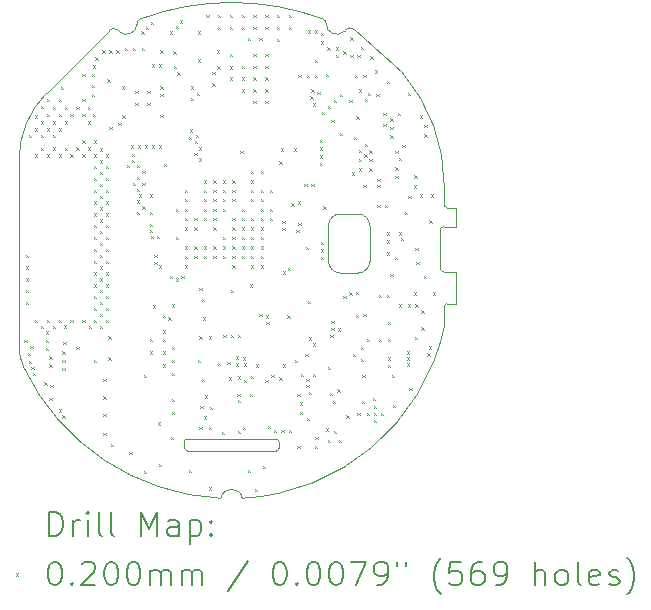
<source format=gbr>
%TF.GenerationSoftware,KiCad,Pcbnew,8.0.1*%
%TF.CreationDate,2024-03-29T03:10:12+00:00*%
%TF.ProjectId,watch_main,77617463-685f-46d6-9169-6e2e6b696361,rev?*%
%TF.SameCoordinates,Original*%
%TF.FileFunction,Drillmap*%
%TF.FilePolarity,Positive*%
%FSLAX45Y45*%
G04 Gerber Fmt 4.5, Leading zero omitted, Abs format (unit mm)*
G04 Created by KiCad (PCBNEW 8.0.1) date 2024-03-29 03:10:12*
%MOMM*%
%LPD*%
G01*
G04 APERTURE LIST*
%ADD10C,0.100000*%
%ADD11C,0.200000*%
G04 APERTURE END LIST*
D10*
X13205103Y-9016370D02*
X13205103Y-10600206D01*
X13439418Y-8450685D02*
X13971109Y-7918994D01*
X14051464Y-7928639D02*
X14041819Y-7918994D01*
X14205103Y-7864999D02*
X14205103Y-7862552D01*
X14605042Y-11454999D02*
X14605042Y-11404999D01*
X14630042Y-11379999D02*
X15380042Y-11379999D01*
X15380042Y-11479999D02*
X14630042Y-11479999D01*
X15405042Y-11404999D02*
X15405042Y-11454999D01*
X15805103Y-7864999D02*
X15805103Y-7862552D01*
X15825042Y-9874999D02*
X15825042Y-9574999D01*
X15925042Y-9474999D02*
X16075042Y-9474999D01*
X15962000Y-7925206D02*
X15970320Y-7915962D01*
X16075042Y-9974999D02*
X15925042Y-9974999D01*
X16175042Y-9574999D02*
X16175042Y-9874999D01*
X16455103Y-8284999D02*
X16040933Y-7912246D01*
X16805104Y-9234999D02*
X16805104Y-9405000D01*
X16805104Y-10254999D02*
X16805104Y-10434999D01*
X16825104Y-9425000D02*
X16905104Y-9425000D01*
X16905104Y-9425000D02*
X16905104Y-9584999D01*
X16905104Y-9964999D02*
X16905104Y-10234999D01*
X16905104Y-10234999D02*
X16825104Y-10234999D01*
X13205103Y-9016370D02*
G75*
G02*
X13439418Y-8450685I799998J1D01*
G01*
X13243813Y-10771872D02*
G75*
G02*
X13205103Y-10600206I361289J171666D01*
G01*
X13971109Y-7918994D02*
G75*
G02*
X14041819Y-7918994I35355J-35355D01*
G01*
X14205103Y-7862552D02*
G75*
G02*
X14231083Y-7825090I39998J2D01*
G01*
X14205103Y-7864999D02*
G75*
G02*
X14051464Y-7928639I-90000J-1D01*
G01*
X14231083Y-7825090D02*
G75*
G02*
X15779123Y-7825090I774020J-2068243D01*
G01*
X14605042Y-11404999D02*
G75*
G02*
X14630042Y-11379999I25000J0D01*
G01*
X14630042Y-11479999D02*
G75*
G02*
X14605042Y-11454999I-3J24998D01*
G01*
X14915103Y-11882921D02*
G75*
G02*
X15095086Y-11882800I90000J-13013D01*
G01*
X14915103Y-11882921D02*
G75*
G02*
X13243813Y-10771872I90000J1947922D01*
G01*
X15380042Y-11379999D02*
G75*
G02*
X15405041Y-11404999I-3J-25001D01*
G01*
X15405042Y-11454999D02*
G75*
G02*
X15380042Y-11479999I-24998J-3D01*
G01*
X15779123Y-7825090D02*
G75*
G02*
X15805102Y-7862552I-14034J-37470D01*
G01*
X15825042Y-9574999D02*
G75*
G02*
X15925042Y-9475000I100003J-3D01*
G01*
X15925042Y-9974999D02*
G75*
G02*
X15825041Y-9874999I-3J99999D01*
G01*
X15962000Y-7925206D02*
G75*
G02*
X15805103Y-7864999I-66898J60203D01*
G01*
X15970320Y-7915962D02*
G75*
G02*
X16040933Y-7912245I37165J-33451D01*
G01*
X16075042Y-9474999D02*
G75*
G02*
X16175041Y-9574999I-3J-100001D01*
G01*
X16175042Y-9874999D02*
G75*
G02*
X16075042Y-9975000I-99998J-3D01*
G01*
X16455103Y-8284999D02*
G75*
G02*
X16805104Y-9234999I-1114281J-949999D01*
G01*
X16805104Y-10254999D02*
G75*
G02*
X16825104Y-10234994I20007J-1D01*
G01*
X16805103Y-10434999D02*
G75*
G02*
X15095086Y-11882800I-1800000J392242D01*
G01*
X16825104Y-9425000D02*
G75*
G02*
X16805100Y-9405000I-4J20000D01*
G01*
X16770000Y-9935000D02*
X16770000Y-9615000D01*
X16800000Y-9585000D02*
X16905000Y-9585000D01*
X16800000Y-9965000D02*
X16905000Y-9965000D01*
X16770000Y-9615000D02*
G75*
G02*
X16800000Y-9585000I30000J0D01*
G01*
X16800000Y-9965000D02*
G75*
G02*
X16770000Y-9935000I0J30000D01*
G01*
D11*
D10*
X13250000Y-10540000D02*
X13270000Y-10560000D01*
X13270000Y-10540000D02*
X13250000Y-10560000D01*
X13261300Y-9820000D02*
X13281300Y-9840000D01*
X13281300Y-9820000D02*
X13261300Y-9840000D01*
X13261300Y-9920000D02*
X13281300Y-9940000D01*
X13281300Y-9920000D02*
X13261300Y-9940000D01*
X13261300Y-10020000D02*
X13281300Y-10040000D01*
X13281300Y-10020000D02*
X13261300Y-10040000D01*
X13261300Y-10120000D02*
X13281300Y-10140000D01*
X13281300Y-10120000D02*
X13261300Y-10140000D01*
X13261300Y-10220000D02*
X13281300Y-10240000D01*
X13281300Y-10220000D02*
X13261300Y-10240000D01*
X13280000Y-10650000D02*
X13300000Y-10670000D01*
X13300000Y-10650000D02*
X13280000Y-10670000D01*
X13287500Y-8807500D02*
X13307500Y-8827500D01*
X13307500Y-8807500D02*
X13287500Y-8827500D01*
X13290000Y-10720000D02*
X13310000Y-10740000D01*
X13310000Y-10720000D02*
X13290000Y-10740000D01*
X13300000Y-10590000D02*
X13320000Y-10610000D01*
X13320000Y-10590000D02*
X13300000Y-10610000D01*
X13310000Y-10770000D02*
X13330000Y-10790000D01*
X13330000Y-10770000D02*
X13310000Y-10790000D01*
X13320000Y-10820000D02*
X13340000Y-10840000D01*
X13340000Y-10820000D02*
X13320000Y-10840000D01*
X13340000Y-8640000D02*
X13360000Y-8660000D01*
X13360000Y-8640000D02*
X13340000Y-8660000D01*
X13340000Y-8750000D02*
X13360000Y-8770000D01*
X13360000Y-8750000D02*
X13340000Y-8770000D01*
X13340000Y-8970000D02*
X13360000Y-8990000D01*
X13360000Y-8970000D02*
X13340000Y-8990000D01*
X13340000Y-10370000D02*
X13360000Y-10390000D01*
X13360000Y-10370000D02*
X13340000Y-10390000D01*
X13390000Y-8560000D02*
X13410000Y-8580000D01*
X13410000Y-8560000D02*
X13390000Y-8580000D01*
X13390000Y-8690000D02*
X13410000Y-8710000D01*
X13410000Y-8690000D02*
X13390000Y-8710000D01*
X13390000Y-8805000D02*
X13410000Y-8825000D01*
X13410000Y-8805000D02*
X13390000Y-8825000D01*
X13390000Y-8915000D02*
X13410000Y-8935000D01*
X13410000Y-8915000D02*
X13390000Y-8935000D01*
X13390000Y-10420000D02*
X13410000Y-10440000D01*
X13410000Y-10420000D02*
X13390000Y-10440000D01*
X13420000Y-10900000D02*
X13440000Y-10920000D01*
X13440000Y-10900000D02*
X13420000Y-10920000D01*
X13430000Y-10470000D02*
X13450000Y-10490000D01*
X13450000Y-10470000D02*
X13430000Y-10490000D01*
X13430000Y-10540000D02*
X13450000Y-10560000D01*
X13450000Y-10540000D02*
X13430000Y-10560000D01*
X13430000Y-10610000D02*
X13450000Y-10630000D01*
X13450000Y-10610000D02*
X13430000Y-10630000D01*
X13440000Y-8500000D02*
X13460000Y-8520000D01*
X13460000Y-8500000D02*
X13440000Y-8520000D01*
X13440000Y-8630000D02*
X13460000Y-8650000D01*
X13460000Y-8630000D02*
X13440000Y-8650000D01*
X13440000Y-8750000D02*
X13460000Y-8770000D01*
X13460000Y-8750000D02*
X13440000Y-8770000D01*
X13440000Y-8970000D02*
X13460000Y-8990000D01*
X13460000Y-8970000D02*
X13440000Y-8990000D01*
X13440000Y-10370000D02*
X13460000Y-10390000D01*
X13460000Y-10370000D02*
X13440000Y-10390000D01*
X13460000Y-10680000D02*
X13480000Y-10700000D01*
X13480000Y-10680000D02*
X13460000Y-10700000D01*
X13460000Y-10750000D02*
X13480000Y-10770000D01*
X13480000Y-10750000D02*
X13460000Y-10770000D01*
X13460000Y-11030000D02*
X13480000Y-11050000D01*
X13480000Y-11030000D02*
X13460000Y-11050000D01*
X13470000Y-10920000D02*
X13490000Y-10940000D01*
X13490000Y-10920000D02*
X13470000Y-10940000D01*
X13490000Y-8570000D02*
X13510000Y-8590000D01*
X13510000Y-8570000D02*
X13490000Y-8590000D01*
X13490000Y-8690000D02*
X13510000Y-8710000D01*
X13510000Y-8690000D02*
X13490000Y-8710000D01*
X13490000Y-8807500D02*
X13510000Y-8827500D01*
X13510000Y-8807500D02*
X13490000Y-8827500D01*
X13490000Y-8912500D02*
X13510000Y-8932500D01*
X13510000Y-8912500D02*
X13490000Y-8932500D01*
X13490000Y-10420000D02*
X13510000Y-10440000D01*
X13510000Y-10420000D02*
X13490000Y-10440000D01*
X13540000Y-8500000D02*
X13560000Y-8520000D01*
X13560000Y-8500000D02*
X13540000Y-8520000D01*
X13540000Y-8630000D02*
X13560000Y-8650000D01*
X13560000Y-8630000D02*
X13540000Y-8650000D01*
X13540000Y-8750000D02*
X13560000Y-8770000D01*
X13560000Y-8750000D02*
X13540000Y-8770000D01*
X13540000Y-8970000D02*
X13560000Y-8990000D01*
X13560000Y-8970000D02*
X13540000Y-8990000D01*
X13540000Y-10370000D02*
X13560000Y-10390000D01*
X13560000Y-10370000D02*
X13540000Y-10390000D01*
X13540000Y-11130000D02*
X13560000Y-11150000D01*
X13560000Y-11130000D02*
X13540000Y-11150000D01*
X13560000Y-8400000D02*
X13580000Y-8420000D01*
X13580000Y-8400000D02*
X13560000Y-8420000D01*
X13570000Y-10640000D02*
X13590000Y-10660000D01*
X13590000Y-10640000D02*
X13570000Y-10660000D01*
X13570000Y-10710000D02*
X13590000Y-10730000D01*
X13590000Y-10710000D02*
X13570000Y-10730000D01*
X13570000Y-10780000D02*
X13590000Y-10800000D01*
X13590000Y-10780000D02*
X13570000Y-10800000D01*
X13570000Y-11180000D02*
X13590000Y-11200000D01*
X13590000Y-11180000D02*
X13570000Y-11200000D01*
X13580000Y-10560000D02*
X13600000Y-10580000D01*
X13600000Y-10560000D02*
X13580000Y-10580000D01*
X13582500Y-10417500D02*
X13602500Y-10437500D01*
X13602500Y-10417500D02*
X13582500Y-10437500D01*
X13590000Y-8570000D02*
X13610000Y-8590000D01*
X13610000Y-8570000D02*
X13590000Y-8590000D01*
X13590000Y-8690000D02*
X13610000Y-8710000D01*
X13610000Y-8690000D02*
X13590000Y-8710000D01*
X13590000Y-8915000D02*
X13610000Y-8935000D01*
X13610000Y-8915000D02*
X13590000Y-8935000D01*
X13640000Y-8630000D02*
X13660000Y-8650000D01*
X13660000Y-8630000D02*
X13640000Y-8650000D01*
X13640000Y-8970000D02*
X13660000Y-8990000D01*
X13660000Y-8970000D02*
X13640000Y-8990000D01*
X13640000Y-10370000D02*
X13660000Y-10390000D01*
X13660000Y-10370000D02*
X13640000Y-10390000D01*
X13690000Y-8570000D02*
X13710000Y-8590000D01*
X13710000Y-8570000D02*
X13690000Y-8590000D01*
X13690000Y-10600000D02*
X13710000Y-10620000D01*
X13710000Y-10600000D02*
X13690000Y-10620000D01*
X13690663Y-8912767D02*
X13710663Y-8932767D01*
X13710663Y-8912767D02*
X13690663Y-8932767D01*
X13740000Y-8290000D02*
X13760000Y-8310000D01*
X13760000Y-8290000D02*
X13740000Y-8310000D01*
X13740000Y-8500000D02*
X13760000Y-8520000D01*
X13760000Y-8500000D02*
X13740000Y-8520000D01*
X13740000Y-8630000D02*
X13760000Y-8650000D01*
X13760000Y-8630000D02*
X13740000Y-8650000D01*
X13740000Y-8852767D02*
X13760000Y-8872767D01*
X13760000Y-8852767D02*
X13740000Y-8872767D01*
X13740000Y-8970000D02*
X13760000Y-8990000D01*
X13760000Y-8970000D02*
X13740000Y-8990000D01*
X13740000Y-10370000D02*
X13760000Y-10390000D01*
X13760000Y-10370000D02*
X13740000Y-10390000D01*
X13789337Y-8910000D02*
X13809337Y-8930000D01*
X13809337Y-8910000D02*
X13789337Y-8930000D01*
X13790000Y-8570000D02*
X13810000Y-8590000D01*
X13810000Y-8570000D02*
X13790000Y-8590000D01*
X13790000Y-8690000D02*
X13810000Y-8710000D01*
X13810000Y-8690000D02*
X13790000Y-8710000D01*
X13797500Y-10420000D02*
X13817500Y-10440000D01*
X13817500Y-10420000D02*
X13797500Y-10440000D01*
X13820000Y-8290000D02*
X13840000Y-8310000D01*
X13840000Y-8290000D02*
X13820000Y-8310000D01*
X13820000Y-8380000D02*
X13840000Y-8400000D01*
X13840000Y-8380000D02*
X13820000Y-8400000D01*
X13823750Y-8456250D02*
X13843750Y-8476250D01*
X13843750Y-8456250D02*
X13823750Y-8476250D01*
X13830000Y-8216250D02*
X13850000Y-8236250D01*
X13850000Y-8216250D02*
X13830000Y-8236250D01*
X13830000Y-8630000D02*
X13850000Y-8650000D01*
X13850000Y-8630000D02*
X13830000Y-8650000D01*
X13840000Y-8852767D02*
X13860000Y-8872767D01*
X13860000Y-8852767D02*
X13840000Y-8872767D01*
X13840000Y-8970000D02*
X13860000Y-8990000D01*
X13860000Y-8970000D02*
X13840000Y-8990000D01*
X13840000Y-9070000D02*
X13860000Y-9090000D01*
X13860000Y-9070000D02*
X13840000Y-9090000D01*
X13840000Y-9170000D02*
X13860000Y-9190000D01*
X13860000Y-9170000D02*
X13840000Y-9190000D01*
X13840000Y-9270000D02*
X13860000Y-9290000D01*
X13860000Y-9270000D02*
X13840000Y-9290000D01*
X13840000Y-9370000D02*
X13860000Y-9390000D01*
X13860000Y-9370000D02*
X13840000Y-9390000D01*
X13840000Y-9470000D02*
X13860000Y-9490000D01*
X13860000Y-9470000D02*
X13840000Y-9490000D01*
X13840000Y-9570000D02*
X13860000Y-9590000D01*
X13860000Y-9570000D02*
X13840000Y-9590000D01*
X13840000Y-9670000D02*
X13860000Y-9690000D01*
X13860000Y-9670000D02*
X13840000Y-9690000D01*
X13840000Y-9770000D02*
X13860000Y-9790000D01*
X13860000Y-9770000D02*
X13840000Y-9790000D01*
X13840000Y-9870000D02*
X13860000Y-9890000D01*
X13860000Y-9870000D02*
X13840000Y-9890000D01*
X13840000Y-9970000D02*
X13860000Y-9990000D01*
X13860000Y-9970000D02*
X13840000Y-9990000D01*
X13840000Y-10070000D02*
X13860000Y-10090000D01*
X13860000Y-10070000D02*
X13840000Y-10090000D01*
X13840000Y-10170000D02*
X13860000Y-10190000D01*
X13860000Y-10170000D02*
X13840000Y-10190000D01*
X13840000Y-10270000D02*
X13860000Y-10290000D01*
X13860000Y-10270000D02*
X13840000Y-10290000D01*
X13840000Y-10370000D02*
X13860000Y-10390000D01*
X13860000Y-10370000D02*
X13840000Y-10390000D01*
X13840000Y-10710000D02*
X13860000Y-10730000D01*
X13860000Y-10710000D02*
X13840000Y-10730000D01*
X13850000Y-8150000D02*
X13870000Y-8170000D01*
X13870000Y-8150000D02*
X13850000Y-8170000D01*
X13890000Y-8920000D02*
X13910000Y-8940000D01*
X13910000Y-8920000D02*
X13890000Y-8940000D01*
X13890000Y-9020000D02*
X13910000Y-9040000D01*
X13910000Y-9020000D02*
X13890000Y-9040000D01*
X13890000Y-9120000D02*
X13910000Y-9140000D01*
X13910000Y-9120000D02*
X13890000Y-9140000D01*
X13890000Y-9220000D02*
X13910000Y-9240000D01*
X13910000Y-9220000D02*
X13890000Y-9240000D01*
X13890000Y-9320000D02*
X13910000Y-9340000D01*
X13910000Y-9320000D02*
X13890000Y-9340000D01*
X13890000Y-9420000D02*
X13910000Y-9440000D01*
X13910000Y-9420000D02*
X13890000Y-9440000D01*
X13890000Y-9520000D02*
X13910000Y-9540000D01*
X13910000Y-9520000D02*
X13890000Y-9540000D01*
X13890000Y-9620000D02*
X13910000Y-9640000D01*
X13910000Y-9620000D02*
X13890000Y-9640000D01*
X13890000Y-9720000D02*
X13910000Y-9740000D01*
X13910000Y-9720000D02*
X13890000Y-9740000D01*
X13890000Y-9820000D02*
X13910000Y-9840000D01*
X13910000Y-9820000D02*
X13890000Y-9840000D01*
X13890000Y-9920000D02*
X13910000Y-9940000D01*
X13910000Y-9920000D02*
X13890000Y-9940000D01*
X13890000Y-10020000D02*
X13910000Y-10040000D01*
X13910000Y-10020000D02*
X13890000Y-10040000D01*
X13890000Y-10120000D02*
X13910000Y-10140000D01*
X13910000Y-10120000D02*
X13890000Y-10140000D01*
X13890000Y-10220000D02*
X13910000Y-10240000D01*
X13910000Y-10220000D02*
X13890000Y-10240000D01*
X13890000Y-10320000D02*
X13910000Y-10340000D01*
X13910000Y-10320000D02*
X13890000Y-10340000D01*
X13890000Y-10420000D02*
X13910000Y-10440000D01*
X13910000Y-10420000D02*
X13890000Y-10440000D01*
X13910000Y-8090000D02*
X13930000Y-8110000D01*
X13930000Y-8090000D02*
X13910000Y-8110000D01*
X13920000Y-10870000D02*
X13940000Y-10890000D01*
X13940000Y-10870000D02*
X13920000Y-10890000D01*
X13920000Y-11020000D02*
X13940000Y-11040000D01*
X13940000Y-11020000D02*
X13920000Y-11040000D01*
X13920000Y-11170000D02*
X13940000Y-11190000D01*
X13940000Y-11170000D02*
X13920000Y-11190000D01*
X13920000Y-11330000D02*
X13940000Y-11350000D01*
X13940000Y-11330000D02*
X13920000Y-11350000D01*
X13940000Y-8970000D02*
X13960000Y-8990000D01*
X13960000Y-8970000D02*
X13940000Y-8990000D01*
X13940000Y-9070000D02*
X13960000Y-9090000D01*
X13960000Y-9070000D02*
X13940000Y-9090000D01*
X13940000Y-9170000D02*
X13960000Y-9190000D01*
X13960000Y-9170000D02*
X13940000Y-9190000D01*
X13940000Y-9270000D02*
X13960000Y-9290000D01*
X13960000Y-9270000D02*
X13940000Y-9290000D01*
X13940000Y-9370000D02*
X13960000Y-9390000D01*
X13960000Y-9370000D02*
X13940000Y-9390000D01*
X13940000Y-9470000D02*
X13960000Y-9490000D01*
X13960000Y-9470000D02*
X13940000Y-9490000D01*
X13940000Y-9570000D02*
X13960000Y-9590000D01*
X13960000Y-9570000D02*
X13940000Y-9590000D01*
X13940000Y-9670000D02*
X13960000Y-9690000D01*
X13960000Y-9670000D02*
X13940000Y-9690000D01*
X13940000Y-9770000D02*
X13960000Y-9790000D01*
X13960000Y-9770000D02*
X13940000Y-9790000D01*
X13940000Y-9870000D02*
X13960000Y-9890000D01*
X13960000Y-9870000D02*
X13940000Y-9890000D01*
X13940000Y-9970000D02*
X13960000Y-9990000D01*
X13960000Y-9970000D02*
X13940000Y-9990000D01*
X13940000Y-10070000D02*
X13960000Y-10090000D01*
X13960000Y-10070000D02*
X13940000Y-10090000D01*
X13940000Y-10170000D02*
X13960000Y-10190000D01*
X13960000Y-10170000D02*
X13940000Y-10190000D01*
X13940000Y-10270000D02*
X13960000Y-10290000D01*
X13960000Y-10270000D02*
X13940000Y-10290000D01*
X13940000Y-10370000D02*
X13960000Y-10390000D01*
X13960000Y-10370000D02*
X13940000Y-10390000D01*
X13953750Y-8336250D02*
X13973750Y-8356250D01*
X13973750Y-8336250D02*
X13953750Y-8356250D01*
X13960000Y-10510000D02*
X13980000Y-10530000D01*
X13980000Y-10510000D02*
X13960000Y-10530000D01*
X13960000Y-10690000D02*
X13980000Y-10710000D01*
X13980000Y-10690000D02*
X13960000Y-10710000D01*
X13970000Y-8090000D02*
X13990000Y-8110000D01*
X13990000Y-8090000D02*
X13970000Y-8110000D01*
X13970000Y-8740000D02*
X13990000Y-8760000D01*
X13990000Y-8740000D02*
X13970000Y-8760000D01*
X13980000Y-11420000D02*
X14000000Y-11440000D01*
X14000000Y-11420000D02*
X13980000Y-11440000D01*
X14030000Y-8090000D02*
X14050000Y-8110000D01*
X14050000Y-8090000D02*
X14030000Y-8110000D01*
X14045000Y-8705000D02*
X14065000Y-8725000D01*
X14065000Y-8705000D02*
X14045000Y-8725000D01*
X14075000Y-8395000D02*
X14095000Y-8415000D01*
X14095000Y-8395000D02*
X14075000Y-8415000D01*
X14080000Y-8640000D02*
X14100000Y-8660000D01*
X14100000Y-8640000D02*
X14080000Y-8660000D01*
X14100000Y-8070000D02*
X14120000Y-8090000D01*
X14120000Y-8070000D02*
X14100000Y-8090000D01*
X14120000Y-9060000D02*
X14140000Y-9080000D01*
X14140000Y-9060000D02*
X14120000Y-9080000D01*
X14140000Y-11490000D02*
X14160000Y-11510000D01*
X14160000Y-11490000D02*
X14140000Y-11510000D01*
X14150000Y-8895000D02*
X14170000Y-8915000D01*
X14170000Y-8895000D02*
X14150000Y-8915000D01*
X14160451Y-8967431D02*
X14180451Y-8987431D01*
X14180451Y-8967431D02*
X14160451Y-8987431D01*
X14160451Y-9017431D02*
X14180451Y-9037431D01*
X14180451Y-9017431D02*
X14160451Y-9037431D01*
X14170000Y-8070000D02*
X14190000Y-8090000D01*
X14190000Y-8070000D02*
X14170000Y-8090000D01*
X14170000Y-9210000D02*
X14190000Y-9230000D01*
X14190000Y-9210000D02*
X14170000Y-9230000D01*
X14190000Y-8435000D02*
X14210000Y-8455000D01*
X14210000Y-8435000D02*
X14190000Y-8455000D01*
X14190000Y-8535000D02*
X14210000Y-8555000D01*
X14210000Y-8535000D02*
X14190000Y-8555000D01*
X14200000Y-9060000D02*
X14220000Y-9080000D01*
X14220000Y-9060000D02*
X14200000Y-9080000D01*
X14200000Y-9160000D02*
X14220000Y-9180000D01*
X14220000Y-9160000D02*
X14200000Y-9180000D01*
X14200000Y-9260000D02*
X14220000Y-9280000D01*
X14220000Y-9260000D02*
X14200000Y-9280000D01*
X14200000Y-9360000D02*
X14220000Y-9380000D01*
X14220000Y-9360000D02*
X14200000Y-9380000D01*
X14200000Y-9460000D02*
X14220000Y-9480000D01*
X14220000Y-9460000D02*
X14200000Y-9480000D01*
X14210000Y-8895000D02*
X14230000Y-8915000D01*
X14230000Y-8895000D02*
X14210000Y-8915000D01*
X14220000Y-9310000D02*
X14240000Y-9330000D01*
X14240000Y-9310000D02*
X14220000Y-9330000D01*
X14240000Y-7930000D02*
X14260000Y-7950000D01*
X14260000Y-7930000D02*
X14240000Y-7950000D01*
X14242000Y-8070000D02*
X14262000Y-8090000D01*
X14262000Y-8070000D02*
X14242000Y-8090000D01*
X14250000Y-9110000D02*
X14270000Y-9130000D01*
X14270000Y-9110000D02*
X14250000Y-9130000D01*
X14250000Y-9210000D02*
X14270000Y-9230000D01*
X14270000Y-9210000D02*
X14250000Y-9230000D01*
X14250000Y-9410000D02*
X14270000Y-9430000D01*
X14270000Y-9410000D02*
X14250000Y-9430000D01*
X14260000Y-10840000D02*
X14280000Y-10860000D01*
X14280000Y-10840000D02*
X14260000Y-10860000D01*
X14260000Y-11650000D02*
X14280000Y-11670000D01*
X14280000Y-11650000D02*
X14260000Y-11670000D01*
X14270000Y-8895000D02*
X14290000Y-8915000D01*
X14290000Y-8895000D02*
X14270000Y-8915000D01*
X14280000Y-7890000D02*
X14300000Y-7910000D01*
X14300000Y-7890000D02*
X14280000Y-7910000D01*
X14290000Y-8435000D02*
X14310000Y-8455000D01*
X14310000Y-8435000D02*
X14290000Y-8455000D01*
X14290000Y-8535000D02*
X14310000Y-8555000D01*
X14310000Y-8535000D02*
X14290000Y-8555000D01*
X14310000Y-9310000D02*
X14330000Y-9330000D01*
X14330000Y-9310000D02*
X14310000Y-9330000D01*
X14310000Y-9460000D02*
X14330000Y-9480000D01*
X14330000Y-9460000D02*
X14310000Y-9480000D01*
X14310000Y-9560000D02*
X14330000Y-9580000D01*
X14330000Y-9560000D02*
X14310000Y-9580000D01*
X14310000Y-9610000D02*
X14330000Y-9630000D01*
X14330000Y-9610000D02*
X14310000Y-9630000D01*
X14310000Y-10530000D02*
X14330000Y-10550000D01*
X14330000Y-10530000D02*
X14310000Y-10550000D01*
X14310000Y-10640000D02*
X14330000Y-10660000D01*
X14330000Y-10640000D02*
X14310000Y-10660000D01*
X14320000Y-7850000D02*
X14340000Y-7870000D01*
X14340000Y-7850000D02*
X14320000Y-7870000D01*
X14320000Y-9660000D02*
X14340000Y-9680000D01*
X14340000Y-9660000D02*
X14320000Y-9680000D01*
X14330000Y-8210000D02*
X14350000Y-8230000D01*
X14350000Y-8210000D02*
X14330000Y-8230000D01*
X14330000Y-8895000D02*
X14350000Y-8915000D01*
X14350000Y-8895000D02*
X14330000Y-8915000D01*
X14340000Y-10250000D02*
X14360000Y-10270000D01*
X14360000Y-10250000D02*
X14340000Y-10270000D01*
X14349313Y-9880938D02*
X14369313Y-9900938D01*
X14369313Y-9880938D02*
X14349313Y-9900938D01*
X14350000Y-9820000D02*
X14370000Y-9840000D01*
X14370000Y-9820000D02*
X14350000Y-9840000D01*
X14370000Y-9660000D02*
X14390000Y-9680000D01*
X14390000Y-9660000D02*
X14370000Y-9680000D01*
X14380000Y-11240000D02*
X14400000Y-11260000D01*
X14400000Y-11240000D02*
X14380000Y-11260000D01*
X14390000Y-8210000D02*
X14410000Y-8230000D01*
X14410000Y-8210000D02*
X14390000Y-8230000D01*
X14390000Y-8895000D02*
X14410000Y-8915000D01*
X14410000Y-8895000D02*
X14390000Y-8915000D01*
X14390000Y-9910000D02*
X14410000Y-9930000D01*
X14410000Y-9910000D02*
X14390000Y-9930000D01*
X14390000Y-11590000D02*
X14410000Y-11610000D01*
X14410000Y-11590000D02*
X14390000Y-11610000D01*
X14400000Y-8090000D02*
X14420000Y-8110000D01*
X14420000Y-8090000D02*
X14400000Y-8110000D01*
X14400000Y-8396250D02*
X14420000Y-8416250D01*
X14420000Y-8396250D02*
X14400000Y-8416250D01*
X14400000Y-8456250D02*
X14420000Y-8476250D01*
X14420000Y-8456250D02*
X14400000Y-8476250D01*
X14400000Y-8636250D02*
X14420000Y-8656250D01*
X14420000Y-8636250D02*
X14400000Y-8656250D01*
X14420000Y-10330000D02*
X14440000Y-10350000D01*
X14440000Y-10330000D02*
X14420000Y-10350000D01*
X14420000Y-10460000D02*
X14440000Y-10480000D01*
X14440000Y-10460000D02*
X14420000Y-10480000D01*
X14420000Y-10530000D02*
X14440000Y-10550000D01*
X14440000Y-10530000D02*
X14420000Y-10550000D01*
X14420000Y-10640000D02*
X14440000Y-10660000D01*
X14440000Y-10640000D02*
X14420000Y-10660000D01*
X14420000Y-10750000D02*
X14440000Y-10770000D01*
X14440000Y-10750000D02*
X14420000Y-10770000D01*
X14430000Y-9050000D02*
X14450000Y-9070000D01*
X14450000Y-9050000D02*
X14430000Y-9070000D01*
X14470000Y-10350000D02*
X14490000Y-10370000D01*
X14490000Y-10350000D02*
X14470000Y-10370000D01*
X14480000Y-7930000D02*
X14500000Y-7950000D01*
X14500000Y-7930000D02*
X14480000Y-7950000D01*
X14480000Y-10000000D02*
X14500000Y-10020000D01*
X14500000Y-10000000D02*
X14480000Y-10020000D01*
X14490000Y-11360000D02*
X14510000Y-11380000D01*
X14510000Y-11360000D02*
X14490000Y-11380000D01*
X14500000Y-10240000D02*
X14520000Y-10260000D01*
X14520000Y-10240000D02*
X14500000Y-10260000D01*
X14500000Y-10600000D02*
X14520000Y-10620000D01*
X14520000Y-10600000D02*
X14500000Y-10620000D01*
X14500000Y-10710000D02*
X14520000Y-10730000D01*
X14520000Y-10710000D02*
X14500000Y-10730000D01*
X14500000Y-10820000D02*
X14520000Y-10840000D01*
X14520000Y-10820000D02*
X14500000Y-10840000D01*
X14500000Y-11040000D02*
X14520000Y-11060000D01*
X14520000Y-11040000D02*
X14500000Y-11060000D01*
X14500000Y-11150000D02*
X14520000Y-11170000D01*
X14520000Y-11150000D02*
X14500000Y-11170000D01*
X14510000Y-8100000D02*
X14530000Y-8120000D01*
X14530000Y-8100000D02*
X14510000Y-8120000D01*
X14515000Y-8220000D02*
X14535000Y-8240000D01*
X14535000Y-8220000D02*
X14515000Y-8240000D01*
X14530000Y-7880000D02*
X14550000Y-7900000D01*
X14550000Y-7880000D02*
X14530000Y-7900000D01*
X14530000Y-9430000D02*
X14550000Y-9450000D01*
X14550000Y-9430000D02*
X14530000Y-9450000D01*
X14530000Y-9670000D02*
X14550000Y-9690000D01*
X14550000Y-9670000D02*
X14530000Y-9690000D01*
X14530000Y-10020000D02*
X14550000Y-10040000D01*
X14550000Y-10020000D02*
X14530000Y-10040000D01*
X14546250Y-8276250D02*
X14566250Y-8296250D01*
X14566250Y-8276250D02*
X14546250Y-8296250D01*
X14565000Y-7835000D02*
X14585000Y-7855000D01*
X14585000Y-7835000D02*
X14565000Y-7855000D01*
X14580000Y-10000000D02*
X14600000Y-10020000D01*
X14600000Y-10000000D02*
X14580000Y-10020000D01*
X14610000Y-9270000D02*
X14630000Y-9290000D01*
X14630000Y-9270000D02*
X14610000Y-9290000D01*
X14610000Y-9350000D02*
X14630000Y-9370000D01*
X14630000Y-9350000D02*
X14610000Y-9370000D01*
X14610000Y-9430000D02*
X14630000Y-9450000D01*
X14630000Y-9430000D02*
X14610000Y-9450000D01*
X14610000Y-9510000D02*
X14630000Y-9530000D01*
X14630000Y-9510000D02*
X14610000Y-9530000D01*
X14610000Y-9590000D02*
X14630000Y-9610000D01*
X14630000Y-9590000D02*
X14610000Y-9610000D01*
X14610000Y-9750000D02*
X14630000Y-9770000D01*
X14630000Y-9750000D02*
X14610000Y-9770000D01*
X14610000Y-9830000D02*
X14630000Y-9850000D01*
X14630000Y-9830000D02*
X14610000Y-9850000D01*
X14610000Y-9910000D02*
X14630000Y-9930000D01*
X14630000Y-9910000D02*
X14610000Y-9930000D01*
X14640000Y-8825000D02*
X14660000Y-8845000D01*
X14660000Y-8825000D02*
X14640000Y-8845000D01*
X14640000Y-11640000D02*
X14660000Y-11660000D01*
X14660000Y-11640000D02*
X14640000Y-11660000D01*
X14650000Y-8760000D02*
X14670000Y-8780000D01*
X14670000Y-8760000D02*
X14650000Y-8780000D01*
X14660000Y-8396250D02*
X14680000Y-8416250D01*
X14680000Y-8396250D02*
X14660000Y-8416250D01*
X14660000Y-8490000D02*
X14680000Y-8510000D01*
X14680000Y-8490000D02*
X14660000Y-8510000D01*
X14690000Y-8960000D02*
X14710000Y-8980000D01*
X14710000Y-8960000D02*
X14690000Y-8980000D01*
X14690000Y-9510000D02*
X14710000Y-9530000D01*
X14710000Y-9510000D02*
X14690000Y-9530000D01*
X14690000Y-9590000D02*
X14710000Y-9610000D01*
X14710000Y-9590000D02*
X14690000Y-9610000D01*
X14690000Y-9750000D02*
X14710000Y-9770000D01*
X14710000Y-9750000D02*
X14690000Y-9770000D01*
X14690000Y-9830000D02*
X14710000Y-9850000D01*
X14710000Y-9830000D02*
X14690000Y-9850000D01*
X14693798Y-8854614D02*
X14713798Y-8874614D01*
X14713798Y-8854614D02*
X14693798Y-8874614D01*
X14700000Y-8805000D02*
X14720000Y-8825000D01*
X14720000Y-8805000D02*
X14700000Y-8825000D01*
X14710000Y-8450000D02*
X14730000Y-8470000D01*
X14730000Y-8450000D02*
X14710000Y-8470000D01*
X14720000Y-7930000D02*
X14740000Y-7950000D01*
X14740000Y-7930000D02*
X14720000Y-7950000D01*
X14720000Y-8167500D02*
X14740000Y-8187500D01*
X14740000Y-8167500D02*
X14720000Y-8187500D01*
X14720000Y-10710000D02*
X14740000Y-10730000D01*
X14740000Y-10710000D02*
X14720000Y-10730000D01*
X14725000Y-8910000D02*
X14745000Y-8930000D01*
X14745000Y-8910000D02*
X14725000Y-8930000D01*
X14725000Y-9005000D02*
X14745000Y-9025000D01*
X14745000Y-9005000D02*
X14725000Y-9025000D01*
X14730000Y-10100000D02*
X14750000Y-10120000D01*
X14750000Y-10100000D02*
X14730000Y-10120000D01*
X14730000Y-10510000D02*
X14750000Y-10530000D01*
X14750000Y-10510000D02*
X14730000Y-10530000D01*
X14730000Y-11280000D02*
X14750000Y-11300000D01*
X14750000Y-11280000D02*
X14730000Y-11300000D01*
X14740000Y-11100000D02*
X14760000Y-11120000D01*
X14760000Y-11100000D02*
X14740000Y-11120000D01*
X14750000Y-10192500D02*
X14770000Y-10212500D01*
X14770000Y-10192500D02*
X14750000Y-10212500D01*
X14750000Y-10870000D02*
X14770000Y-10890000D01*
X14770000Y-10870000D02*
X14750000Y-10890000D01*
X14760000Y-10350000D02*
X14780000Y-10370000D01*
X14780000Y-10350000D02*
X14760000Y-10370000D01*
X14770000Y-9190000D02*
X14790000Y-9210000D01*
X14790000Y-9190000D02*
X14770000Y-9210000D01*
X14770000Y-9270000D02*
X14790000Y-9290000D01*
X14790000Y-9270000D02*
X14770000Y-9290000D01*
X14770000Y-9350000D02*
X14790000Y-9370000D01*
X14790000Y-9350000D02*
X14770000Y-9370000D01*
X14770000Y-9430000D02*
X14790000Y-9450000D01*
X14790000Y-9430000D02*
X14770000Y-9450000D01*
X14770000Y-9510000D02*
X14790000Y-9530000D01*
X14790000Y-9510000D02*
X14770000Y-9530000D01*
X14770000Y-9750000D02*
X14790000Y-9770000D01*
X14790000Y-9750000D02*
X14770000Y-9770000D01*
X14770000Y-9830000D02*
X14790000Y-9850000D01*
X14790000Y-9830000D02*
X14770000Y-9850000D01*
X14770000Y-11190000D02*
X14790000Y-11210000D01*
X14790000Y-11190000D02*
X14770000Y-11210000D01*
X14780000Y-11010000D02*
X14800000Y-11030000D01*
X14800000Y-11010000D02*
X14780000Y-11030000D01*
X14790000Y-7790000D02*
X14810000Y-7810000D01*
X14810000Y-7790000D02*
X14790000Y-7810000D01*
X14810000Y-10510000D02*
X14830000Y-10530000D01*
X14830000Y-10510000D02*
X14810000Y-10530000D01*
X14810000Y-11280000D02*
X14830000Y-11300000D01*
X14830000Y-11280000D02*
X14810000Y-11300000D01*
X14810000Y-11790000D02*
X14830000Y-11810000D01*
X14830000Y-11790000D02*
X14810000Y-11810000D01*
X14820000Y-11110000D02*
X14840000Y-11130000D01*
X14840000Y-11110000D02*
X14820000Y-11130000D01*
X14840000Y-8270000D02*
X14860000Y-8290000D01*
X14860000Y-8270000D02*
X14840000Y-8290000D01*
X14840000Y-8370000D02*
X14860000Y-8390000D01*
X14860000Y-8370000D02*
X14840000Y-8390000D01*
X14850000Y-9190000D02*
X14870000Y-9210000D01*
X14870000Y-9190000D02*
X14850000Y-9210000D01*
X14850000Y-9270000D02*
X14870000Y-9290000D01*
X14870000Y-9270000D02*
X14850000Y-9290000D01*
X14850000Y-9350000D02*
X14870000Y-9370000D01*
X14870000Y-9350000D02*
X14850000Y-9370000D01*
X14850000Y-9430000D02*
X14870000Y-9450000D01*
X14870000Y-9430000D02*
X14850000Y-9450000D01*
X14850000Y-9510000D02*
X14870000Y-9530000D01*
X14870000Y-9510000D02*
X14850000Y-9530000D01*
X14850000Y-9590000D02*
X14870000Y-9610000D01*
X14870000Y-9590000D02*
X14850000Y-9610000D01*
X14850000Y-9750000D02*
X14870000Y-9770000D01*
X14870000Y-9750000D02*
X14850000Y-9770000D01*
X14850000Y-9830000D02*
X14870000Y-9850000D01*
X14870000Y-9830000D02*
X14850000Y-9850000D01*
X14880000Y-8090000D02*
X14900000Y-8110000D01*
X14900000Y-8090000D02*
X14880000Y-8110000D01*
X14885000Y-8225000D02*
X14905000Y-8245000D01*
X14905000Y-8225000D02*
X14885000Y-8245000D01*
X14890000Y-7790000D02*
X14910000Y-7810000D01*
X14910000Y-7790000D02*
X14890000Y-7810000D01*
X14890000Y-7890000D02*
X14910000Y-7910000D01*
X14910000Y-7890000D02*
X14890000Y-7910000D01*
X14890000Y-10735000D02*
X14910000Y-10755000D01*
X14910000Y-10735000D02*
X14890000Y-10755000D01*
X14920000Y-11320000D02*
X14940000Y-11340000D01*
X14940000Y-11320000D02*
X14920000Y-11340000D01*
X14930000Y-9190000D02*
X14950000Y-9210000D01*
X14950000Y-9190000D02*
X14930000Y-9210000D01*
X14930000Y-9270000D02*
X14950000Y-9290000D01*
X14950000Y-9270000D02*
X14930000Y-9290000D01*
X14930000Y-9350000D02*
X14950000Y-9370000D01*
X14950000Y-9350000D02*
X14930000Y-9370000D01*
X14930000Y-9430000D02*
X14950000Y-9450000D01*
X14950000Y-9430000D02*
X14930000Y-9450000D01*
X14930000Y-9670000D02*
X14950000Y-9690000D01*
X14950000Y-9670000D02*
X14930000Y-9690000D01*
X14930000Y-9750000D02*
X14950000Y-9770000D01*
X14950000Y-9750000D02*
X14930000Y-9770000D01*
X14930000Y-9830000D02*
X14950000Y-9850000D01*
X14950000Y-9830000D02*
X14930000Y-9850000D01*
X14934000Y-10500000D02*
X14954000Y-10520000D01*
X14954000Y-10500000D02*
X14934000Y-10520000D01*
X14970000Y-10730000D02*
X14990000Y-10750000D01*
X14990000Y-10730000D02*
X14970000Y-10750000D01*
X14980000Y-10860000D02*
X15000000Y-10880000D01*
X15000000Y-10860000D02*
X14980000Y-10880000D01*
X14990000Y-7790000D02*
X15010000Y-7810000D01*
X15010000Y-7790000D02*
X14990000Y-7810000D01*
X14990000Y-7890000D02*
X15010000Y-7910000D01*
X15010000Y-7890000D02*
X14990000Y-7910000D01*
X14990000Y-8120000D02*
X15010000Y-8140000D01*
X15010000Y-8120000D02*
X14990000Y-8140000D01*
X14990000Y-8225000D02*
X15010000Y-8245000D01*
X15010000Y-8225000D02*
X14990000Y-8245000D01*
X14990000Y-8320000D02*
X15010000Y-8340000D01*
X15010000Y-8320000D02*
X14990000Y-8340000D01*
X15000000Y-10120000D02*
X15020000Y-10140000D01*
X15020000Y-10120000D02*
X15000000Y-10140000D01*
X15000000Y-10500000D02*
X15020000Y-10520000D01*
X15020000Y-10500000D02*
X15000000Y-10520000D01*
X15010000Y-9190000D02*
X15030000Y-9210000D01*
X15030000Y-9190000D02*
X15010000Y-9210000D01*
X15010000Y-9270000D02*
X15030000Y-9290000D01*
X15030000Y-9270000D02*
X15010000Y-9290000D01*
X15010000Y-9350000D02*
X15030000Y-9370000D01*
X15030000Y-9350000D02*
X15010000Y-9370000D01*
X15010000Y-9510000D02*
X15030000Y-9530000D01*
X15030000Y-9510000D02*
X15010000Y-9530000D01*
X15010000Y-9590000D02*
X15030000Y-9610000D01*
X15030000Y-9590000D02*
X15010000Y-9610000D01*
X15010000Y-9670000D02*
X15030000Y-9690000D01*
X15030000Y-9670000D02*
X15010000Y-9690000D01*
X15010000Y-9750000D02*
X15030000Y-9770000D01*
X15030000Y-9750000D02*
X15010000Y-9770000D01*
X15010000Y-9830000D02*
X15030000Y-9850000D01*
X15030000Y-9830000D02*
X15010000Y-9850000D01*
X15010000Y-9910000D02*
X15030000Y-9930000D01*
X15030000Y-9910000D02*
X15010000Y-9930000D01*
X15040000Y-10680000D02*
X15060000Y-10700000D01*
X15060000Y-10680000D02*
X15040000Y-10700000D01*
X15040000Y-10740000D02*
X15060000Y-10760000D01*
X15060000Y-10740000D02*
X15040000Y-10760000D01*
X15052000Y-11000000D02*
X15072000Y-11020000D01*
X15072000Y-11000000D02*
X15052000Y-11020000D01*
X15060000Y-10500000D02*
X15080000Y-10520000D01*
X15080000Y-10500000D02*
X15060000Y-10520000D01*
X15060000Y-10850000D02*
X15080000Y-10870000D01*
X15080000Y-10850000D02*
X15060000Y-10870000D01*
X15060000Y-11050000D02*
X15080000Y-11070000D01*
X15080000Y-11050000D02*
X15060000Y-11070000D01*
X15060000Y-11310000D02*
X15080000Y-11330000D01*
X15080000Y-11310000D02*
X15060000Y-11330000D01*
X15080000Y-8940000D02*
X15100000Y-8960000D01*
X15100000Y-8940000D02*
X15080000Y-8960000D01*
X15090000Y-7790000D02*
X15110000Y-7810000D01*
X15110000Y-7790000D02*
X15090000Y-7810000D01*
X15090000Y-7890000D02*
X15110000Y-7910000D01*
X15110000Y-7890000D02*
X15090000Y-7910000D01*
X15090000Y-8220000D02*
X15110000Y-8240000D01*
X15110000Y-8220000D02*
X15090000Y-8240000D01*
X15090000Y-8320000D02*
X15110000Y-8340000D01*
X15110000Y-8320000D02*
X15090000Y-8340000D01*
X15090000Y-8420000D02*
X15110000Y-8440000D01*
X15110000Y-8420000D02*
X15090000Y-8440000D01*
X15090000Y-9430000D02*
X15110000Y-9450000D01*
X15110000Y-9430000D02*
X15090000Y-9450000D01*
X15090000Y-9510000D02*
X15110000Y-9530000D01*
X15110000Y-9510000D02*
X15090000Y-9530000D01*
X15090000Y-9590000D02*
X15110000Y-9610000D01*
X15110000Y-9590000D02*
X15090000Y-9610000D01*
X15090000Y-9670000D02*
X15110000Y-9690000D01*
X15110000Y-9670000D02*
X15090000Y-9690000D01*
X15090000Y-9750000D02*
X15110000Y-9770000D01*
X15110000Y-9750000D02*
X15090000Y-9770000D01*
X15090000Y-9830000D02*
X15110000Y-9850000D01*
X15110000Y-9830000D02*
X15090000Y-9850000D01*
X15100000Y-10690000D02*
X15120000Y-10710000D01*
X15120000Y-10690000D02*
X15100000Y-10710000D01*
X15100000Y-11280000D02*
X15120000Y-11300000D01*
X15120000Y-11280000D02*
X15100000Y-11300000D01*
X15108145Y-10877354D02*
X15128145Y-10897354D01*
X15128145Y-10877354D02*
X15108145Y-10897354D01*
X15110000Y-10740000D02*
X15130000Y-10760000D01*
X15130000Y-10740000D02*
X15110000Y-10760000D01*
X15140000Y-11640000D02*
X15160000Y-11660000D01*
X15160000Y-11640000D02*
X15140000Y-11660000D01*
X15142000Y-7982000D02*
X15162000Y-8002000D01*
X15162000Y-7982000D02*
X15142000Y-8002000D01*
X15160000Y-10070000D02*
X15180000Y-10090000D01*
X15180000Y-10070000D02*
X15160000Y-10090000D01*
X15160000Y-11000000D02*
X15180000Y-11020000D01*
X15180000Y-11000000D02*
X15160000Y-11020000D01*
X15165000Y-10845000D02*
X15185000Y-10865000D01*
X15185000Y-10845000D02*
X15165000Y-10865000D01*
X15170000Y-9110000D02*
X15190000Y-9130000D01*
X15190000Y-9110000D02*
X15170000Y-9130000D01*
X15170000Y-9190000D02*
X15190000Y-9210000D01*
X15190000Y-9190000D02*
X15170000Y-9210000D01*
X15170000Y-9270000D02*
X15190000Y-9290000D01*
X15190000Y-9270000D02*
X15170000Y-9290000D01*
X15170000Y-9350000D02*
X15190000Y-9370000D01*
X15190000Y-9350000D02*
X15170000Y-9370000D01*
X15170000Y-9510000D02*
X15190000Y-9530000D01*
X15190000Y-9510000D02*
X15170000Y-9530000D01*
X15170000Y-9590000D02*
X15190000Y-9610000D01*
X15190000Y-9590000D02*
X15170000Y-9610000D01*
X15170000Y-9670000D02*
X15190000Y-9690000D01*
X15190000Y-9670000D02*
X15170000Y-9690000D01*
X15170000Y-9750000D02*
X15190000Y-9770000D01*
X15190000Y-9750000D02*
X15170000Y-9770000D01*
X15170000Y-9830000D02*
X15190000Y-9850000D01*
X15190000Y-9830000D02*
X15170000Y-9850000D01*
X15170000Y-9910000D02*
X15190000Y-9930000D01*
X15190000Y-9910000D02*
X15170000Y-9930000D01*
X15190000Y-7790000D02*
X15210000Y-7810000D01*
X15210000Y-7790000D02*
X15190000Y-7810000D01*
X15190000Y-7890000D02*
X15210000Y-7910000D01*
X15210000Y-7890000D02*
X15190000Y-7910000D01*
X15190000Y-8120000D02*
X15210000Y-8140000D01*
X15210000Y-8120000D02*
X15190000Y-8140000D01*
X15190000Y-8220000D02*
X15210000Y-8240000D01*
X15210000Y-8220000D02*
X15190000Y-8240000D01*
X15190000Y-8320000D02*
X15210000Y-8340000D01*
X15210000Y-8320000D02*
X15190000Y-8340000D01*
X15190000Y-8420000D02*
X15210000Y-8440000D01*
X15210000Y-8420000D02*
X15190000Y-8440000D01*
X15190000Y-8520000D02*
X15210000Y-8540000D01*
X15210000Y-8520000D02*
X15190000Y-8540000D01*
X15200000Y-11800000D02*
X15220000Y-11820000D01*
X15220000Y-11800000D02*
X15200000Y-11820000D01*
X15210000Y-10750000D02*
X15230000Y-10770000D01*
X15230000Y-10750000D02*
X15210000Y-10770000D01*
X15238000Y-7982000D02*
X15258000Y-8002000D01*
X15258000Y-7982000D02*
X15238000Y-8002000D01*
X15240000Y-10320000D02*
X15260000Y-10340000D01*
X15260000Y-10320000D02*
X15240000Y-10340000D01*
X15250000Y-9110000D02*
X15270000Y-9130000D01*
X15270000Y-9110000D02*
X15250000Y-9130000D01*
X15250000Y-9270000D02*
X15270000Y-9290000D01*
X15270000Y-9270000D02*
X15250000Y-9290000D01*
X15250000Y-9350000D02*
X15270000Y-9370000D01*
X15270000Y-9350000D02*
X15250000Y-9370000D01*
X15250000Y-9430000D02*
X15270000Y-9450000D01*
X15270000Y-9430000D02*
X15250000Y-9450000D01*
X15250000Y-9510000D02*
X15270000Y-9530000D01*
X15270000Y-9510000D02*
X15250000Y-9530000D01*
X15250000Y-9590000D02*
X15270000Y-9610000D01*
X15270000Y-9590000D02*
X15250000Y-9610000D01*
X15250000Y-9670000D02*
X15270000Y-9690000D01*
X15270000Y-9670000D02*
X15250000Y-9690000D01*
X15250000Y-9750000D02*
X15270000Y-9770000D01*
X15270000Y-9750000D02*
X15250000Y-9770000D01*
X15250000Y-9830000D02*
X15270000Y-9850000D01*
X15270000Y-9830000D02*
X15250000Y-9850000D01*
X15250000Y-9910000D02*
X15270000Y-9930000D01*
X15270000Y-9910000D02*
X15250000Y-9930000D01*
X15270000Y-11610000D02*
X15290000Y-11630000D01*
X15290000Y-11610000D02*
X15270000Y-11630000D01*
X15290000Y-7790000D02*
X15310000Y-7810000D01*
X15310000Y-7790000D02*
X15290000Y-7810000D01*
X15290000Y-7890000D02*
X15310000Y-7910000D01*
X15310000Y-7890000D02*
X15290000Y-7910000D01*
X15290000Y-8120000D02*
X15310000Y-8140000D01*
X15310000Y-8120000D02*
X15290000Y-8140000D01*
X15290000Y-8220000D02*
X15310000Y-8240000D01*
X15310000Y-8220000D02*
X15290000Y-8240000D01*
X15290000Y-8320000D02*
X15310000Y-8340000D01*
X15310000Y-8320000D02*
X15290000Y-8340000D01*
X15290000Y-8420000D02*
X15310000Y-8440000D01*
X15310000Y-8420000D02*
X15290000Y-8440000D01*
X15290000Y-8520000D02*
X15310000Y-8540000D01*
X15310000Y-8520000D02*
X15290000Y-8540000D01*
X15290000Y-10880000D02*
X15310000Y-10900000D01*
X15310000Y-10880000D02*
X15290000Y-10900000D01*
X15296671Y-10333329D02*
X15316671Y-10353329D01*
X15316671Y-10333329D02*
X15296671Y-10353329D01*
X15300000Y-10390000D02*
X15320000Y-10410000D01*
X15320000Y-10390000D02*
X15300000Y-10410000D01*
X15310000Y-11270000D02*
X15330000Y-11290000D01*
X15330000Y-11270000D02*
X15310000Y-11290000D01*
X15330000Y-9270000D02*
X15350000Y-9290000D01*
X15350000Y-9270000D02*
X15330000Y-9290000D01*
X15330000Y-9430000D02*
X15350000Y-9450000D01*
X15350000Y-9430000D02*
X15330000Y-9450000D01*
X15330000Y-9510000D02*
X15350000Y-9530000D01*
X15350000Y-9510000D02*
X15330000Y-9530000D01*
X15340000Y-10840000D02*
X15360000Y-10860000D01*
X15360000Y-10840000D02*
X15340000Y-10860000D01*
X15360000Y-11305000D02*
X15380000Y-11325000D01*
X15380000Y-11305000D02*
X15360000Y-11325000D01*
X15390000Y-7790000D02*
X15410000Y-7810000D01*
X15410000Y-7790000D02*
X15390000Y-7810000D01*
X15390000Y-7890000D02*
X15410000Y-7910000D01*
X15410000Y-7890000D02*
X15390000Y-7910000D01*
X15390000Y-7990000D02*
X15410000Y-8010000D01*
X15410000Y-7990000D02*
X15390000Y-8010000D01*
X15410000Y-9030000D02*
X15430000Y-9050000D01*
X15430000Y-9030000D02*
X15410000Y-9050000D01*
X15410000Y-10860000D02*
X15430000Y-10880000D01*
X15430000Y-10860000D02*
X15410000Y-10880000D01*
X15420000Y-8920000D02*
X15440000Y-8940000D01*
X15440000Y-8920000D02*
X15420000Y-8940000D01*
X15425000Y-11305000D02*
X15445000Y-11325000D01*
X15445000Y-11305000D02*
X15425000Y-11325000D01*
X15434188Y-9535812D02*
X15454188Y-9555812D01*
X15454188Y-9535812D02*
X15434188Y-9555812D01*
X15435000Y-9595000D02*
X15455000Y-9615000D01*
X15455000Y-9595000D02*
X15435000Y-9615000D01*
X15440000Y-9960000D02*
X15460000Y-9980000D01*
X15460000Y-9960000D02*
X15440000Y-9980000D01*
X15440000Y-10750000D02*
X15460000Y-10770000D01*
X15460000Y-10750000D02*
X15440000Y-10770000D01*
X15476671Y-10333329D02*
X15496671Y-10353329D01*
X15496671Y-10333329D02*
X15476671Y-10353329D01*
X15481603Y-9932265D02*
X15501603Y-9952265D01*
X15501603Y-9932265D02*
X15481603Y-9952265D01*
X15490000Y-7790000D02*
X15510000Y-7810000D01*
X15510000Y-7790000D02*
X15490000Y-7810000D01*
X15490000Y-7890000D02*
X15510000Y-7910000D01*
X15510000Y-7890000D02*
X15490000Y-7910000D01*
X15490000Y-11305000D02*
X15510000Y-11325000D01*
X15510000Y-11305000D02*
X15490000Y-11325000D01*
X15510000Y-9385000D02*
X15530000Y-9405000D01*
X15530000Y-9385000D02*
X15510000Y-9405000D01*
X15530000Y-8920000D02*
X15550000Y-8940000D01*
X15550000Y-8920000D02*
X15530000Y-8940000D01*
X15540000Y-10710000D02*
X15560000Y-10730000D01*
X15560000Y-10710000D02*
X15540000Y-10730000D01*
X15552500Y-9612500D02*
X15572500Y-9632500D01*
X15572500Y-9612500D02*
X15552500Y-9632500D01*
X15560000Y-11000000D02*
X15580000Y-11020000D01*
X15580000Y-11000000D02*
X15560000Y-11020000D01*
X15560000Y-11440000D02*
X15580000Y-11460000D01*
X15580000Y-11440000D02*
X15560000Y-11460000D01*
X15565000Y-9370000D02*
X15585000Y-9390000D01*
X15585000Y-9370000D02*
X15565000Y-9390000D01*
X15570000Y-8300000D02*
X15590000Y-8320000D01*
X15590000Y-8300000D02*
X15570000Y-8320000D01*
X15570000Y-9550000D02*
X15590000Y-9570000D01*
X15590000Y-9550000D02*
X15570000Y-9570000D01*
X15580000Y-11070000D02*
X15600000Y-11090000D01*
X15600000Y-11070000D02*
X15580000Y-11090000D01*
X15580000Y-11150000D02*
X15600000Y-11170000D01*
X15600000Y-11150000D02*
X15580000Y-11170000D01*
X15590000Y-10830000D02*
X15610000Y-10850000D01*
X15610000Y-10830000D02*
X15590000Y-10850000D01*
X15620000Y-9220000D02*
X15640000Y-9240000D01*
X15640000Y-9220000D02*
X15620000Y-9240000D01*
X15630000Y-10660000D02*
X15650000Y-10680000D01*
X15650000Y-10660000D02*
X15630000Y-10680000D01*
X15635000Y-9755000D02*
X15655000Y-9775000D01*
X15655000Y-9755000D02*
X15635000Y-9775000D01*
X15638715Y-10871285D02*
X15658715Y-10891285D01*
X15658715Y-10871285D02*
X15638715Y-10891285D01*
X15638715Y-10921285D02*
X15658715Y-10941285D01*
X15658715Y-10921285D02*
X15638715Y-10941285D01*
X15640000Y-8300000D02*
X15660000Y-8320000D01*
X15660000Y-8300000D02*
X15640000Y-8320000D01*
X15640000Y-11200000D02*
X15660000Y-11220000D01*
X15660000Y-11200000D02*
X15640000Y-11220000D01*
X15650000Y-7920000D02*
X15670000Y-7940000D01*
X15670000Y-7920000D02*
X15650000Y-7940000D01*
X15650000Y-10210000D02*
X15670000Y-10230000D01*
X15670000Y-10210000D02*
X15650000Y-10230000D01*
X15660000Y-10520000D02*
X15680000Y-10540000D01*
X15680000Y-10520000D02*
X15660000Y-10540000D01*
X15660000Y-10980000D02*
X15680000Y-11000000D01*
X15680000Y-10980000D02*
X15660000Y-11000000D01*
X15670000Y-8480000D02*
X15690000Y-8500000D01*
X15690000Y-8480000D02*
X15670000Y-8500000D01*
X15680000Y-8420000D02*
X15700000Y-8440000D01*
X15700000Y-8420000D02*
X15680000Y-8440000D01*
X15680000Y-9220000D02*
X15700000Y-9240000D01*
X15700000Y-9220000D02*
X15680000Y-9240000D01*
X15690000Y-8540000D02*
X15710000Y-8560000D01*
X15710000Y-8540000D02*
X15690000Y-8560000D01*
X15690000Y-10570000D02*
X15710000Y-10590000D01*
X15710000Y-10570000D02*
X15690000Y-10590000D01*
X15690000Y-10830000D02*
X15710000Y-10850000D01*
X15710000Y-10830000D02*
X15690000Y-10850000D01*
X15710000Y-7920000D02*
X15730000Y-7940000D01*
X15730000Y-7920000D02*
X15710000Y-7940000D01*
X15710000Y-8300000D02*
X15730000Y-8320000D01*
X15730000Y-8300000D02*
X15710000Y-8320000D01*
X15710000Y-11440000D02*
X15730000Y-11460000D01*
X15730000Y-11440000D02*
X15710000Y-11460000D01*
X15711000Y-8170000D02*
X15731000Y-8190000D01*
X15731000Y-8170000D02*
X15711000Y-8190000D01*
X15715000Y-11365000D02*
X15735000Y-11385000D01*
X15735000Y-11365000D02*
X15715000Y-11385000D01*
X15730000Y-8440000D02*
X15750000Y-8460000D01*
X15750000Y-8440000D02*
X15730000Y-8460000D01*
X15750000Y-8850000D02*
X15770000Y-8870000D01*
X15770000Y-8850000D02*
X15750000Y-8870000D01*
X15750000Y-8910000D02*
X15770000Y-8930000D01*
X15770000Y-8910000D02*
X15750000Y-8930000D01*
X15750000Y-8980000D02*
X15770000Y-9000000D01*
X15770000Y-8980000D02*
X15750000Y-9000000D01*
X15750000Y-9040000D02*
X15770000Y-9060000D01*
X15770000Y-9040000D02*
X15750000Y-9060000D01*
X15760000Y-7940000D02*
X15780000Y-7960000D01*
X15780000Y-7940000D02*
X15760000Y-7960000D01*
X15760000Y-8014500D02*
X15780000Y-8034500D01*
X15780000Y-8014500D02*
X15760000Y-8034500D01*
X15760000Y-9710000D02*
X15780000Y-9730000D01*
X15780000Y-9710000D02*
X15760000Y-9730000D01*
X15760000Y-9775000D02*
X15780000Y-9795000D01*
X15780000Y-9775000D02*
X15760000Y-9795000D01*
X15760000Y-9840000D02*
X15780000Y-9860000D01*
X15780000Y-9840000D02*
X15760000Y-9860000D01*
X15770000Y-8610000D02*
X15790000Y-8630000D01*
X15790000Y-8610000D02*
X15770000Y-8630000D01*
X15780000Y-9410000D02*
X15800000Y-9430000D01*
X15800000Y-9410000D02*
X15780000Y-9430000D01*
X15800000Y-8290000D02*
X15820000Y-8310000D01*
X15820000Y-8290000D02*
X15800000Y-8310000D01*
X15800000Y-11290000D02*
X15820000Y-11310000D01*
X15820000Y-11290000D02*
X15800000Y-11310000D01*
X15815000Y-8065000D02*
X15835000Y-8085000D01*
X15835000Y-8065000D02*
X15815000Y-8085000D01*
X15820000Y-8560000D02*
X15840000Y-8580000D01*
X15840000Y-8560000D02*
X15820000Y-8580000D01*
X15820000Y-10770000D02*
X15840000Y-10790000D01*
X15840000Y-10770000D02*
X15820000Y-10790000D01*
X15820000Y-11390000D02*
X15840000Y-11410000D01*
X15840000Y-11390000D02*
X15820000Y-11410000D01*
X15835130Y-10990000D02*
X15855130Y-11010000D01*
X15855130Y-10990000D02*
X15835130Y-11010000D01*
X15840000Y-10500000D02*
X15860000Y-10520000D01*
X15860000Y-10500000D02*
X15840000Y-10520000D01*
X15850000Y-8680000D02*
X15870000Y-8700000D01*
X15870000Y-8680000D02*
X15850000Y-8700000D01*
X15850000Y-10380000D02*
X15870000Y-10400000D01*
X15870000Y-10380000D02*
X15850000Y-10400000D01*
X15850000Y-10440000D02*
X15870000Y-10460000D01*
X15870000Y-10440000D02*
X15850000Y-10460000D01*
X15860000Y-11060000D02*
X15880000Y-11080000D01*
X15880000Y-11060000D02*
X15860000Y-11080000D01*
X15870000Y-8510000D02*
X15890000Y-8530000D01*
X15890000Y-8510000D02*
X15870000Y-8530000D01*
X15870000Y-11310000D02*
X15890000Y-11330000D01*
X15890000Y-11310000D02*
X15870000Y-11330000D01*
X15885000Y-8065000D02*
X15905000Y-8085000D01*
X15905000Y-8065000D02*
X15885000Y-8085000D01*
X15886000Y-8130000D02*
X15906000Y-8150000D01*
X15906000Y-8130000D02*
X15886000Y-8150000D01*
X15900000Y-10960000D02*
X15920000Y-10980000D01*
X15920000Y-10960000D02*
X15900000Y-10980000D01*
X15905000Y-10445000D02*
X15925000Y-10465000D01*
X15925000Y-10445000D02*
X15905000Y-10465000D01*
X15910000Y-11390000D02*
X15930000Y-11410000D01*
X15930000Y-11390000D02*
X15910000Y-11410000D01*
X15920000Y-8460000D02*
X15940000Y-8480000D01*
X15940000Y-8460000D02*
X15920000Y-8480000D01*
X15922000Y-8788000D02*
X15942000Y-8808000D01*
X15942000Y-8788000D02*
X15922000Y-8808000D01*
X15950000Y-8100000D02*
X15970000Y-8120000D01*
X15970000Y-8100000D02*
X15950000Y-8120000D01*
X15950000Y-10170000D02*
X15970000Y-10190000D01*
X15970000Y-10170000D02*
X15950000Y-10190000D01*
X15975130Y-11180000D02*
X15995130Y-11200000D01*
X15995130Y-11180000D02*
X15975130Y-11200000D01*
X16000000Y-8510000D02*
X16020000Y-8530000D01*
X16020000Y-8510000D02*
X16000000Y-8530000D01*
X16000000Y-10140000D02*
X16020000Y-10160000D01*
X16020000Y-10140000D02*
X16000000Y-10160000D01*
X16010000Y-7980000D02*
X16030000Y-8000000D01*
X16030000Y-7980000D02*
X16010000Y-8000000D01*
X16010000Y-8130000D02*
X16030000Y-8150000D01*
X16030000Y-8130000D02*
X16010000Y-8150000D01*
X16020000Y-9121500D02*
X16040000Y-9141500D01*
X16040000Y-9121500D02*
X16020000Y-9141500D01*
X16030000Y-10660000D02*
X16050000Y-10680000D01*
X16050000Y-10660000D02*
X16030000Y-10680000D01*
X16040000Y-8820000D02*
X16060000Y-8840000D01*
X16060000Y-8820000D02*
X16040000Y-8840000D01*
X16050000Y-8300000D02*
X16070000Y-8320000D01*
X16070000Y-8300000D02*
X16050000Y-8320000D01*
X16055000Y-10135000D02*
X16075000Y-10155000D01*
X16075000Y-10135000D02*
X16055000Y-10155000D01*
X16055000Y-10330000D02*
X16075000Y-10350000D01*
X16075000Y-10330000D02*
X16055000Y-10350000D01*
X16060000Y-8650000D02*
X16080000Y-8670000D01*
X16080000Y-8650000D02*
X16060000Y-8670000D01*
X16070000Y-8130000D02*
X16090000Y-8150000D01*
X16090000Y-8130000D02*
X16070000Y-8150000D01*
X16070000Y-11160000D02*
X16090000Y-11180000D01*
X16090000Y-11160000D02*
X16070000Y-11180000D01*
X16080000Y-8420000D02*
X16100000Y-8440000D01*
X16100000Y-8420000D02*
X16080000Y-8440000D01*
X16080000Y-8930000D02*
X16100000Y-8950000D01*
X16100000Y-8930000D02*
X16080000Y-8950000D01*
X16080000Y-9010000D02*
X16100000Y-9030000D01*
X16100000Y-9010000D02*
X16080000Y-9030000D01*
X16080000Y-9090000D02*
X16100000Y-9110000D01*
X16100000Y-9090000D02*
X16080000Y-9110000D01*
X16100000Y-8060000D02*
X16120000Y-8080000D01*
X16120000Y-8060000D02*
X16100000Y-8080000D01*
X16100000Y-10600000D02*
X16120000Y-10620000D01*
X16120000Y-10600000D02*
X16100000Y-10620000D01*
X16100000Y-10700000D02*
X16120000Y-10720000D01*
X16120000Y-10700000D02*
X16100000Y-10720000D01*
X16105019Y-11055019D02*
X16125019Y-11075019D01*
X16125019Y-11055019D02*
X16105019Y-11075019D01*
X16110000Y-10840000D02*
X16130000Y-10860000D01*
X16130000Y-10840000D02*
X16110000Y-10860000D01*
X16120000Y-8300000D02*
X16140000Y-8320000D01*
X16140000Y-8300000D02*
X16120000Y-8320000D01*
X16120000Y-9230000D02*
X16140000Y-9250000D01*
X16140000Y-9230000D02*
X16120000Y-9250000D01*
X16120000Y-10320000D02*
X16140000Y-10340000D01*
X16140000Y-10320000D02*
X16120000Y-10340000D01*
X16127500Y-8970000D02*
X16147500Y-8990000D01*
X16147500Y-8970000D02*
X16127500Y-8990000D01*
X16130000Y-8500000D02*
X16150000Y-8520000D01*
X16150000Y-8500000D02*
X16130000Y-8520000D01*
X16130000Y-8880000D02*
X16150000Y-8900000D01*
X16150000Y-8880000D02*
X16130000Y-8900000D01*
X16150000Y-10530000D02*
X16170000Y-10550000D01*
X16170000Y-10530000D02*
X16150000Y-10550000D01*
X16150000Y-11160000D02*
X16170000Y-11180000D01*
X16170000Y-11160000D02*
X16150000Y-11180000D01*
X16160000Y-8450000D02*
X16180000Y-8470000D01*
X16180000Y-8450000D02*
X16160000Y-8470000D01*
X16170000Y-9010000D02*
X16190000Y-9030000D01*
X16190000Y-9010000D02*
X16170000Y-9030000D01*
X16170000Y-9090000D02*
X16190000Y-9110000D01*
X16190000Y-9090000D02*
X16170000Y-9110000D01*
X16170600Y-8935700D02*
X16190600Y-8955700D01*
X16190600Y-8935700D02*
X16170600Y-8955700D01*
X16180000Y-8140000D02*
X16200000Y-8160000D01*
X16200000Y-8140000D02*
X16180000Y-8160000D01*
X16200000Y-11030000D02*
X16220000Y-11050000D01*
X16220000Y-11030000D02*
X16200000Y-11050000D01*
X16210000Y-11100000D02*
X16230000Y-11120000D01*
X16230000Y-11100000D02*
X16210000Y-11120000D01*
X16210000Y-11160000D02*
X16230000Y-11180000D01*
X16230000Y-11160000D02*
X16210000Y-11180000D01*
X16210000Y-11220000D02*
X16230000Y-11240000D01*
X16230000Y-11220000D02*
X16210000Y-11240000D01*
X16220000Y-8260000D02*
X16240000Y-8280000D01*
X16240000Y-8260000D02*
X16220000Y-8280000D01*
X16230000Y-8460000D02*
X16250000Y-8480000D01*
X16250000Y-8460000D02*
X16230000Y-8480000D01*
X16240000Y-9180000D02*
X16260000Y-9200000D01*
X16260000Y-9180000D02*
X16240000Y-9200000D01*
X16240000Y-9230000D02*
X16260000Y-9250000D01*
X16260000Y-9230000D02*
X16240000Y-9250000D01*
X16240000Y-9400000D02*
X16260000Y-9420000D01*
X16260000Y-9400000D02*
X16240000Y-9420000D01*
X16250000Y-10160000D02*
X16270000Y-10180000D01*
X16270000Y-10160000D02*
X16250000Y-10180000D01*
X16250000Y-10530000D02*
X16270000Y-10550000D01*
X16270000Y-10530000D02*
X16250000Y-10550000D01*
X16270000Y-11160000D02*
X16290000Y-11180000D01*
X16290000Y-11160000D02*
X16270000Y-11180000D01*
X16290000Y-8618000D02*
X16310000Y-8638000D01*
X16310000Y-8618000D02*
X16290000Y-8638000D01*
X16290000Y-8712000D02*
X16310000Y-8732000D01*
X16310000Y-8712000D02*
X16290000Y-8732000D01*
X16300000Y-9400000D02*
X16320000Y-9420000D01*
X16320000Y-9400000D02*
X16300000Y-9420000D01*
X16320000Y-8350000D02*
X16340000Y-8370000D01*
X16340000Y-8350000D02*
X16320000Y-8370000D01*
X16320000Y-9630000D02*
X16340000Y-9650000D01*
X16340000Y-9630000D02*
X16320000Y-9650000D01*
X16320000Y-9700000D02*
X16340000Y-9720000D01*
X16340000Y-9700000D02*
X16320000Y-9720000D01*
X16320000Y-9800000D02*
X16340000Y-9820000D01*
X16340000Y-9800000D02*
X16320000Y-9820000D01*
X16320000Y-10160000D02*
X16340000Y-10180000D01*
X16340000Y-10160000D02*
X16320000Y-10180000D01*
X16330000Y-10390000D02*
X16350000Y-10410000D01*
X16350000Y-10390000D02*
X16330000Y-10410000D01*
X16330000Y-10530000D02*
X16350000Y-10550000D01*
X16350000Y-10530000D02*
X16330000Y-10550000D01*
X16330000Y-10690000D02*
X16350000Y-10710000D01*
X16350000Y-10690000D02*
X16330000Y-10710000D01*
X16330000Y-10755000D02*
X16350000Y-10775000D01*
X16350000Y-10755000D02*
X16330000Y-10775000D01*
X16350000Y-8665000D02*
X16370000Y-8685000D01*
X16370000Y-8665000D02*
X16350000Y-8685000D01*
X16350000Y-8740000D02*
X16370000Y-8760000D01*
X16370000Y-8740000D02*
X16350000Y-8760000D01*
X16350000Y-8810000D02*
X16370000Y-8830000D01*
X16370000Y-8810000D02*
X16350000Y-8830000D01*
X16350000Y-9980000D02*
X16370000Y-10000000D01*
X16370000Y-9980000D02*
X16350000Y-10000000D01*
X16360000Y-10840000D02*
X16380000Y-10860000D01*
X16380000Y-10840000D02*
X16360000Y-10860000D01*
X16370000Y-11090000D02*
X16390000Y-11110000D01*
X16390000Y-11090000D02*
X16370000Y-11110000D01*
X16389000Y-9840000D02*
X16409000Y-9860000D01*
X16409000Y-9840000D02*
X16389000Y-9860000D01*
X16390000Y-8940000D02*
X16410000Y-8960000D01*
X16410000Y-8940000D02*
X16390000Y-8960000D01*
X16390000Y-9080000D02*
X16410000Y-9100000D01*
X16410000Y-9080000D02*
X16390000Y-9100000D01*
X16390000Y-9150000D02*
X16410000Y-9170000D01*
X16410000Y-9150000D02*
X16390000Y-9170000D01*
X16410000Y-8621000D02*
X16430000Y-8641000D01*
X16430000Y-8621000D02*
X16410000Y-8641000D01*
X16420000Y-9000000D02*
X16440000Y-9020000D01*
X16440000Y-9000000D02*
X16420000Y-9020000D01*
X16420000Y-9630000D02*
X16440000Y-9650000D01*
X16440000Y-9630000D02*
X16420000Y-9650000D01*
X16420000Y-10240000D02*
X16440000Y-10260000D01*
X16440000Y-10240000D02*
X16420000Y-10260000D01*
X16440000Y-9680000D02*
X16460000Y-9700000D01*
X16460000Y-9680000D02*
X16440000Y-9700000D01*
X16450000Y-8890000D02*
X16470000Y-8910000D01*
X16470000Y-8890000D02*
X16450000Y-8910000D01*
X16470000Y-9460000D02*
X16490000Y-9480000D01*
X16490000Y-9460000D02*
X16470000Y-9480000D01*
X16490000Y-10640000D02*
X16510000Y-10660000D01*
X16510000Y-10640000D02*
X16490000Y-10660000D01*
X16490000Y-10690000D02*
X16510000Y-10710000D01*
X16510000Y-10690000D02*
X16490000Y-10710000D01*
X16490000Y-10740000D02*
X16510000Y-10760000D01*
X16510000Y-10740000D02*
X16490000Y-10760000D01*
X16497500Y-10240000D02*
X16517500Y-10260000D01*
X16517500Y-10240000D02*
X16497500Y-10260000D01*
X16497850Y-8452150D02*
X16517850Y-8472150D01*
X16517850Y-8452150D02*
X16497850Y-8472150D01*
X16502000Y-9320000D02*
X16522000Y-9340000D01*
X16522000Y-9320000D02*
X16502000Y-9340000D01*
X16510000Y-10950000D02*
X16530000Y-10970000D01*
X16530000Y-10950000D02*
X16510000Y-10970000D01*
X16550000Y-9232000D02*
X16570000Y-9252000D01*
X16570000Y-9232000D02*
X16550000Y-9252000D01*
X16550000Y-10140000D02*
X16570000Y-10160000D01*
X16570000Y-10140000D02*
X16550000Y-10160000D01*
X16550460Y-9147460D02*
X16570460Y-9167460D01*
X16570460Y-9147460D02*
X16550460Y-9167460D01*
X16557500Y-10515000D02*
X16577500Y-10535000D01*
X16577500Y-10515000D02*
X16557500Y-10535000D01*
X16560000Y-9760000D02*
X16580000Y-9780000D01*
X16580000Y-9760000D02*
X16560000Y-9780000D01*
X16560000Y-10240000D02*
X16580000Y-10260000D01*
X16580000Y-10240000D02*
X16560000Y-10260000D01*
X16570000Y-9880000D02*
X16590000Y-9900000D01*
X16590000Y-9880000D02*
X16570000Y-9900000D01*
X16600000Y-8640000D02*
X16620000Y-8660000D01*
X16620000Y-8640000D02*
X16600000Y-8660000D01*
X16600000Y-9310000D02*
X16620000Y-9330000D01*
X16620000Y-9310000D02*
X16600000Y-9330000D01*
X16610000Y-10290000D02*
X16630000Y-10310000D01*
X16630000Y-10290000D02*
X16610000Y-10310000D01*
X16610000Y-10435000D02*
X16630000Y-10455000D01*
X16630000Y-10435000D02*
X16610000Y-10455000D01*
X16630000Y-10000000D02*
X16650000Y-10020000D01*
X16650000Y-10000000D02*
X16630000Y-10020000D01*
X16634942Y-8720000D02*
X16654942Y-8740000D01*
X16654942Y-8720000D02*
X16634942Y-8740000D01*
X16634942Y-8800000D02*
X16654942Y-8820000D01*
X16654942Y-8800000D02*
X16634942Y-8820000D01*
X16662500Y-10655000D02*
X16682500Y-10675000D01*
X16682500Y-10655000D02*
X16662500Y-10675000D01*
X16672500Y-10597500D02*
X16692500Y-10617500D01*
X16692500Y-10597500D02*
X16672500Y-10617500D01*
X16680000Y-9530000D02*
X16700000Y-9550000D01*
X16700000Y-9530000D02*
X16680000Y-9550000D01*
X16690000Y-9310000D02*
X16710000Y-9330000D01*
X16710000Y-9310000D02*
X16690000Y-9330000D01*
X16710000Y-10140000D02*
X16730000Y-10160000D01*
X16730000Y-10140000D02*
X16710000Y-10160000D01*
D11*
X13460880Y-12199405D02*
X13460880Y-11999405D01*
X13460880Y-11999405D02*
X13508499Y-11999405D01*
X13508499Y-11999405D02*
X13537071Y-12008929D01*
X13537071Y-12008929D02*
X13556118Y-12027977D01*
X13556118Y-12027977D02*
X13565642Y-12047024D01*
X13565642Y-12047024D02*
X13575166Y-12085119D01*
X13575166Y-12085119D02*
X13575166Y-12113691D01*
X13575166Y-12113691D02*
X13565642Y-12151786D01*
X13565642Y-12151786D02*
X13556118Y-12170834D01*
X13556118Y-12170834D02*
X13537071Y-12189881D01*
X13537071Y-12189881D02*
X13508499Y-12199405D01*
X13508499Y-12199405D02*
X13460880Y-12199405D01*
X13660880Y-12199405D02*
X13660880Y-12066072D01*
X13660880Y-12104167D02*
X13670404Y-12085119D01*
X13670404Y-12085119D02*
X13679928Y-12075596D01*
X13679928Y-12075596D02*
X13698975Y-12066072D01*
X13698975Y-12066072D02*
X13718023Y-12066072D01*
X13784690Y-12199405D02*
X13784690Y-12066072D01*
X13784690Y-11999405D02*
X13775166Y-12008929D01*
X13775166Y-12008929D02*
X13784690Y-12018453D01*
X13784690Y-12018453D02*
X13794214Y-12008929D01*
X13794214Y-12008929D02*
X13784690Y-11999405D01*
X13784690Y-11999405D02*
X13784690Y-12018453D01*
X13908499Y-12199405D02*
X13889452Y-12189881D01*
X13889452Y-12189881D02*
X13879928Y-12170834D01*
X13879928Y-12170834D02*
X13879928Y-11999405D01*
X14013261Y-12199405D02*
X13994214Y-12189881D01*
X13994214Y-12189881D02*
X13984690Y-12170834D01*
X13984690Y-12170834D02*
X13984690Y-11999405D01*
X14241833Y-12199405D02*
X14241833Y-11999405D01*
X14241833Y-11999405D02*
X14308499Y-12142262D01*
X14308499Y-12142262D02*
X14375166Y-11999405D01*
X14375166Y-11999405D02*
X14375166Y-12199405D01*
X14556118Y-12199405D02*
X14556118Y-12094643D01*
X14556118Y-12094643D02*
X14546595Y-12075596D01*
X14546595Y-12075596D02*
X14527547Y-12066072D01*
X14527547Y-12066072D02*
X14489452Y-12066072D01*
X14489452Y-12066072D02*
X14470404Y-12075596D01*
X14556118Y-12189881D02*
X14537071Y-12199405D01*
X14537071Y-12199405D02*
X14489452Y-12199405D01*
X14489452Y-12199405D02*
X14470404Y-12189881D01*
X14470404Y-12189881D02*
X14460880Y-12170834D01*
X14460880Y-12170834D02*
X14460880Y-12151786D01*
X14460880Y-12151786D02*
X14470404Y-12132738D01*
X14470404Y-12132738D02*
X14489452Y-12123215D01*
X14489452Y-12123215D02*
X14537071Y-12123215D01*
X14537071Y-12123215D02*
X14556118Y-12113691D01*
X14651356Y-12066072D02*
X14651356Y-12266072D01*
X14651356Y-12075596D02*
X14670404Y-12066072D01*
X14670404Y-12066072D02*
X14708499Y-12066072D01*
X14708499Y-12066072D02*
X14727547Y-12075596D01*
X14727547Y-12075596D02*
X14737071Y-12085119D01*
X14737071Y-12085119D02*
X14746595Y-12104167D01*
X14746595Y-12104167D02*
X14746595Y-12161310D01*
X14746595Y-12161310D02*
X14737071Y-12180357D01*
X14737071Y-12180357D02*
X14727547Y-12189881D01*
X14727547Y-12189881D02*
X14708499Y-12199405D01*
X14708499Y-12199405D02*
X14670404Y-12199405D01*
X14670404Y-12199405D02*
X14651356Y-12189881D01*
X14832309Y-12180357D02*
X14841833Y-12189881D01*
X14841833Y-12189881D02*
X14832309Y-12199405D01*
X14832309Y-12199405D02*
X14822785Y-12189881D01*
X14822785Y-12189881D02*
X14832309Y-12180357D01*
X14832309Y-12180357D02*
X14832309Y-12199405D01*
X14832309Y-12075596D02*
X14841833Y-12085119D01*
X14841833Y-12085119D02*
X14832309Y-12094643D01*
X14832309Y-12094643D02*
X14822785Y-12085119D01*
X14822785Y-12085119D02*
X14832309Y-12075596D01*
X14832309Y-12075596D02*
X14832309Y-12094643D01*
D10*
X13180103Y-12517921D02*
X13200103Y-12537921D01*
X13200103Y-12517921D02*
X13180103Y-12537921D01*
D11*
X13498975Y-12419405D02*
X13518023Y-12419405D01*
X13518023Y-12419405D02*
X13537071Y-12428929D01*
X13537071Y-12428929D02*
X13546595Y-12438453D01*
X13546595Y-12438453D02*
X13556118Y-12457500D01*
X13556118Y-12457500D02*
X13565642Y-12495596D01*
X13565642Y-12495596D02*
X13565642Y-12543215D01*
X13565642Y-12543215D02*
X13556118Y-12581310D01*
X13556118Y-12581310D02*
X13546595Y-12600357D01*
X13546595Y-12600357D02*
X13537071Y-12609881D01*
X13537071Y-12609881D02*
X13518023Y-12619405D01*
X13518023Y-12619405D02*
X13498975Y-12619405D01*
X13498975Y-12619405D02*
X13479928Y-12609881D01*
X13479928Y-12609881D02*
X13470404Y-12600357D01*
X13470404Y-12600357D02*
X13460880Y-12581310D01*
X13460880Y-12581310D02*
X13451356Y-12543215D01*
X13451356Y-12543215D02*
X13451356Y-12495596D01*
X13451356Y-12495596D02*
X13460880Y-12457500D01*
X13460880Y-12457500D02*
X13470404Y-12438453D01*
X13470404Y-12438453D02*
X13479928Y-12428929D01*
X13479928Y-12428929D02*
X13498975Y-12419405D01*
X13651356Y-12600357D02*
X13660880Y-12609881D01*
X13660880Y-12609881D02*
X13651356Y-12619405D01*
X13651356Y-12619405D02*
X13641833Y-12609881D01*
X13641833Y-12609881D02*
X13651356Y-12600357D01*
X13651356Y-12600357D02*
X13651356Y-12619405D01*
X13737071Y-12438453D02*
X13746595Y-12428929D01*
X13746595Y-12428929D02*
X13765642Y-12419405D01*
X13765642Y-12419405D02*
X13813261Y-12419405D01*
X13813261Y-12419405D02*
X13832309Y-12428929D01*
X13832309Y-12428929D02*
X13841833Y-12438453D01*
X13841833Y-12438453D02*
X13851356Y-12457500D01*
X13851356Y-12457500D02*
X13851356Y-12476548D01*
X13851356Y-12476548D02*
X13841833Y-12505119D01*
X13841833Y-12505119D02*
X13727547Y-12619405D01*
X13727547Y-12619405D02*
X13851356Y-12619405D01*
X13975166Y-12419405D02*
X13994214Y-12419405D01*
X13994214Y-12419405D02*
X14013261Y-12428929D01*
X14013261Y-12428929D02*
X14022785Y-12438453D01*
X14022785Y-12438453D02*
X14032309Y-12457500D01*
X14032309Y-12457500D02*
X14041833Y-12495596D01*
X14041833Y-12495596D02*
X14041833Y-12543215D01*
X14041833Y-12543215D02*
X14032309Y-12581310D01*
X14032309Y-12581310D02*
X14022785Y-12600357D01*
X14022785Y-12600357D02*
X14013261Y-12609881D01*
X14013261Y-12609881D02*
X13994214Y-12619405D01*
X13994214Y-12619405D02*
X13975166Y-12619405D01*
X13975166Y-12619405D02*
X13956118Y-12609881D01*
X13956118Y-12609881D02*
X13946595Y-12600357D01*
X13946595Y-12600357D02*
X13937071Y-12581310D01*
X13937071Y-12581310D02*
X13927547Y-12543215D01*
X13927547Y-12543215D02*
X13927547Y-12495596D01*
X13927547Y-12495596D02*
X13937071Y-12457500D01*
X13937071Y-12457500D02*
X13946595Y-12438453D01*
X13946595Y-12438453D02*
X13956118Y-12428929D01*
X13956118Y-12428929D02*
X13975166Y-12419405D01*
X14165642Y-12419405D02*
X14184690Y-12419405D01*
X14184690Y-12419405D02*
X14203737Y-12428929D01*
X14203737Y-12428929D02*
X14213261Y-12438453D01*
X14213261Y-12438453D02*
X14222785Y-12457500D01*
X14222785Y-12457500D02*
X14232309Y-12495596D01*
X14232309Y-12495596D02*
X14232309Y-12543215D01*
X14232309Y-12543215D02*
X14222785Y-12581310D01*
X14222785Y-12581310D02*
X14213261Y-12600357D01*
X14213261Y-12600357D02*
X14203737Y-12609881D01*
X14203737Y-12609881D02*
X14184690Y-12619405D01*
X14184690Y-12619405D02*
X14165642Y-12619405D01*
X14165642Y-12619405D02*
X14146595Y-12609881D01*
X14146595Y-12609881D02*
X14137071Y-12600357D01*
X14137071Y-12600357D02*
X14127547Y-12581310D01*
X14127547Y-12581310D02*
X14118023Y-12543215D01*
X14118023Y-12543215D02*
X14118023Y-12495596D01*
X14118023Y-12495596D02*
X14127547Y-12457500D01*
X14127547Y-12457500D02*
X14137071Y-12438453D01*
X14137071Y-12438453D02*
X14146595Y-12428929D01*
X14146595Y-12428929D02*
X14165642Y-12419405D01*
X14318023Y-12619405D02*
X14318023Y-12486072D01*
X14318023Y-12505119D02*
X14327547Y-12495596D01*
X14327547Y-12495596D02*
X14346595Y-12486072D01*
X14346595Y-12486072D02*
X14375166Y-12486072D01*
X14375166Y-12486072D02*
X14394214Y-12495596D01*
X14394214Y-12495596D02*
X14403737Y-12514643D01*
X14403737Y-12514643D02*
X14403737Y-12619405D01*
X14403737Y-12514643D02*
X14413261Y-12495596D01*
X14413261Y-12495596D02*
X14432309Y-12486072D01*
X14432309Y-12486072D02*
X14460880Y-12486072D01*
X14460880Y-12486072D02*
X14479928Y-12495596D01*
X14479928Y-12495596D02*
X14489452Y-12514643D01*
X14489452Y-12514643D02*
X14489452Y-12619405D01*
X14584690Y-12619405D02*
X14584690Y-12486072D01*
X14584690Y-12505119D02*
X14594214Y-12495596D01*
X14594214Y-12495596D02*
X14613261Y-12486072D01*
X14613261Y-12486072D02*
X14641833Y-12486072D01*
X14641833Y-12486072D02*
X14660880Y-12495596D01*
X14660880Y-12495596D02*
X14670404Y-12514643D01*
X14670404Y-12514643D02*
X14670404Y-12619405D01*
X14670404Y-12514643D02*
X14679928Y-12495596D01*
X14679928Y-12495596D02*
X14698976Y-12486072D01*
X14698976Y-12486072D02*
X14727547Y-12486072D01*
X14727547Y-12486072D02*
X14746595Y-12495596D01*
X14746595Y-12495596D02*
X14756118Y-12514643D01*
X14756118Y-12514643D02*
X14756118Y-12619405D01*
X15146595Y-12409881D02*
X14975166Y-12667024D01*
X15403738Y-12419405D02*
X15422785Y-12419405D01*
X15422785Y-12419405D02*
X15441833Y-12428929D01*
X15441833Y-12428929D02*
X15451357Y-12438453D01*
X15451357Y-12438453D02*
X15460880Y-12457500D01*
X15460880Y-12457500D02*
X15470404Y-12495596D01*
X15470404Y-12495596D02*
X15470404Y-12543215D01*
X15470404Y-12543215D02*
X15460880Y-12581310D01*
X15460880Y-12581310D02*
X15451357Y-12600357D01*
X15451357Y-12600357D02*
X15441833Y-12609881D01*
X15441833Y-12609881D02*
X15422785Y-12619405D01*
X15422785Y-12619405D02*
X15403738Y-12619405D01*
X15403738Y-12619405D02*
X15384690Y-12609881D01*
X15384690Y-12609881D02*
X15375166Y-12600357D01*
X15375166Y-12600357D02*
X15365642Y-12581310D01*
X15365642Y-12581310D02*
X15356119Y-12543215D01*
X15356119Y-12543215D02*
X15356119Y-12495596D01*
X15356119Y-12495596D02*
X15365642Y-12457500D01*
X15365642Y-12457500D02*
X15375166Y-12438453D01*
X15375166Y-12438453D02*
X15384690Y-12428929D01*
X15384690Y-12428929D02*
X15403738Y-12419405D01*
X15556119Y-12600357D02*
X15565642Y-12609881D01*
X15565642Y-12609881D02*
X15556119Y-12619405D01*
X15556119Y-12619405D02*
X15546595Y-12609881D01*
X15546595Y-12609881D02*
X15556119Y-12600357D01*
X15556119Y-12600357D02*
X15556119Y-12619405D01*
X15689452Y-12419405D02*
X15708500Y-12419405D01*
X15708500Y-12419405D02*
X15727547Y-12428929D01*
X15727547Y-12428929D02*
X15737071Y-12438453D01*
X15737071Y-12438453D02*
X15746595Y-12457500D01*
X15746595Y-12457500D02*
X15756119Y-12495596D01*
X15756119Y-12495596D02*
X15756119Y-12543215D01*
X15756119Y-12543215D02*
X15746595Y-12581310D01*
X15746595Y-12581310D02*
X15737071Y-12600357D01*
X15737071Y-12600357D02*
X15727547Y-12609881D01*
X15727547Y-12609881D02*
X15708500Y-12619405D01*
X15708500Y-12619405D02*
X15689452Y-12619405D01*
X15689452Y-12619405D02*
X15670404Y-12609881D01*
X15670404Y-12609881D02*
X15660880Y-12600357D01*
X15660880Y-12600357D02*
X15651357Y-12581310D01*
X15651357Y-12581310D02*
X15641833Y-12543215D01*
X15641833Y-12543215D02*
X15641833Y-12495596D01*
X15641833Y-12495596D02*
X15651357Y-12457500D01*
X15651357Y-12457500D02*
X15660880Y-12438453D01*
X15660880Y-12438453D02*
X15670404Y-12428929D01*
X15670404Y-12428929D02*
X15689452Y-12419405D01*
X15879928Y-12419405D02*
X15898976Y-12419405D01*
X15898976Y-12419405D02*
X15918023Y-12428929D01*
X15918023Y-12428929D02*
X15927547Y-12438453D01*
X15927547Y-12438453D02*
X15937071Y-12457500D01*
X15937071Y-12457500D02*
X15946595Y-12495596D01*
X15946595Y-12495596D02*
X15946595Y-12543215D01*
X15946595Y-12543215D02*
X15937071Y-12581310D01*
X15937071Y-12581310D02*
X15927547Y-12600357D01*
X15927547Y-12600357D02*
X15918023Y-12609881D01*
X15918023Y-12609881D02*
X15898976Y-12619405D01*
X15898976Y-12619405D02*
X15879928Y-12619405D01*
X15879928Y-12619405D02*
X15860880Y-12609881D01*
X15860880Y-12609881D02*
X15851357Y-12600357D01*
X15851357Y-12600357D02*
X15841833Y-12581310D01*
X15841833Y-12581310D02*
X15832309Y-12543215D01*
X15832309Y-12543215D02*
X15832309Y-12495596D01*
X15832309Y-12495596D02*
X15841833Y-12457500D01*
X15841833Y-12457500D02*
X15851357Y-12438453D01*
X15851357Y-12438453D02*
X15860880Y-12428929D01*
X15860880Y-12428929D02*
X15879928Y-12419405D01*
X16013261Y-12419405D02*
X16146595Y-12419405D01*
X16146595Y-12419405D02*
X16060880Y-12619405D01*
X16232309Y-12619405D02*
X16270404Y-12619405D01*
X16270404Y-12619405D02*
X16289452Y-12609881D01*
X16289452Y-12609881D02*
X16298976Y-12600357D01*
X16298976Y-12600357D02*
X16318023Y-12571786D01*
X16318023Y-12571786D02*
X16327547Y-12533691D01*
X16327547Y-12533691D02*
X16327547Y-12457500D01*
X16327547Y-12457500D02*
X16318023Y-12438453D01*
X16318023Y-12438453D02*
X16308500Y-12428929D01*
X16308500Y-12428929D02*
X16289452Y-12419405D01*
X16289452Y-12419405D02*
X16251357Y-12419405D01*
X16251357Y-12419405D02*
X16232309Y-12428929D01*
X16232309Y-12428929D02*
X16222785Y-12438453D01*
X16222785Y-12438453D02*
X16213261Y-12457500D01*
X16213261Y-12457500D02*
X16213261Y-12505119D01*
X16213261Y-12505119D02*
X16222785Y-12524167D01*
X16222785Y-12524167D02*
X16232309Y-12533691D01*
X16232309Y-12533691D02*
X16251357Y-12543215D01*
X16251357Y-12543215D02*
X16289452Y-12543215D01*
X16289452Y-12543215D02*
X16308500Y-12533691D01*
X16308500Y-12533691D02*
X16318023Y-12524167D01*
X16318023Y-12524167D02*
X16327547Y-12505119D01*
X16403738Y-12419405D02*
X16403738Y-12457500D01*
X16479928Y-12419405D02*
X16479928Y-12457500D01*
X16775166Y-12695596D02*
X16765642Y-12686072D01*
X16765642Y-12686072D02*
X16746595Y-12657500D01*
X16746595Y-12657500D02*
X16737071Y-12638453D01*
X16737071Y-12638453D02*
X16727547Y-12609881D01*
X16727547Y-12609881D02*
X16718023Y-12562262D01*
X16718023Y-12562262D02*
X16718023Y-12524167D01*
X16718023Y-12524167D02*
X16727547Y-12476548D01*
X16727547Y-12476548D02*
X16737071Y-12447977D01*
X16737071Y-12447977D02*
X16746595Y-12428929D01*
X16746595Y-12428929D02*
X16765642Y-12400357D01*
X16765642Y-12400357D02*
X16775166Y-12390834D01*
X16946595Y-12419405D02*
X16851357Y-12419405D01*
X16851357Y-12419405D02*
X16841833Y-12514643D01*
X16841833Y-12514643D02*
X16851357Y-12505119D01*
X16851357Y-12505119D02*
X16870404Y-12495596D01*
X16870404Y-12495596D02*
X16918024Y-12495596D01*
X16918024Y-12495596D02*
X16937071Y-12505119D01*
X16937071Y-12505119D02*
X16946595Y-12514643D01*
X16946595Y-12514643D02*
X16956119Y-12533691D01*
X16956119Y-12533691D02*
X16956119Y-12581310D01*
X16956119Y-12581310D02*
X16946595Y-12600357D01*
X16946595Y-12600357D02*
X16937071Y-12609881D01*
X16937071Y-12609881D02*
X16918024Y-12619405D01*
X16918024Y-12619405D02*
X16870404Y-12619405D01*
X16870404Y-12619405D02*
X16851357Y-12609881D01*
X16851357Y-12609881D02*
X16841833Y-12600357D01*
X17127547Y-12419405D02*
X17089452Y-12419405D01*
X17089452Y-12419405D02*
X17070404Y-12428929D01*
X17070404Y-12428929D02*
X17060881Y-12438453D01*
X17060881Y-12438453D02*
X17041833Y-12467024D01*
X17041833Y-12467024D02*
X17032309Y-12505119D01*
X17032309Y-12505119D02*
X17032309Y-12581310D01*
X17032309Y-12581310D02*
X17041833Y-12600357D01*
X17041833Y-12600357D02*
X17051357Y-12609881D01*
X17051357Y-12609881D02*
X17070404Y-12619405D01*
X17070404Y-12619405D02*
X17108500Y-12619405D01*
X17108500Y-12619405D02*
X17127547Y-12609881D01*
X17127547Y-12609881D02*
X17137071Y-12600357D01*
X17137071Y-12600357D02*
X17146595Y-12581310D01*
X17146595Y-12581310D02*
X17146595Y-12533691D01*
X17146595Y-12533691D02*
X17137071Y-12514643D01*
X17137071Y-12514643D02*
X17127547Y-12505119D01*
X17127547Y-12505119D02*
X17108500Y-12495596D01*
X17108500Y-12495596D02*
X17070404Y-12495596D01*
X17070404Y-12495596D02*
X17051357Y-12505119D01*
X17051357Y-12505119D02*
X17041833Y-12514643D01*
X17041833Y-12514643D02*
X17032309Y-12533691D01*
X17241833Y-12619405D02*
X17279928Y-12619405D01*
X17279928Y-12619405D02*
X17298976Y-12609881D01*
X17298976Y-12609881D02*
X17308500Y-12600357D01*
X17308500Y-12600357D02*
X17327547Y-12571786D01*
X17327547Y-12571786D02*
X17337071Y-12533691D01*
X17337071Y-12533691D02*
X17337071Y-12457500D01*
X17337071Y-12457500D02*
X17327547Y-12438453D01*
X17327547Y-12438453D02*
X17318024Y-12428929D01*
X17318024Y-12428929D02*
X17298976Y-12419405D01*
X17298976Y-12419405D02*
X17260881Y-12419405D01*
X17260881Y-12419405D02*
X17241833Y-12428929D01*
X17241833Y-12428929D02*
X17232309Y-12438453D01*
X17232309Y-12438453D02*
X17222785Y-12457500D01*
X17222785Y-12457500D02*
X17222785Y-12505119D01*
X17222785Y-12505119D02*
X17232309Y-12524167D01*
X17232309Y-12524167D02*
X17241833Y-12533691D01*
X17241833Y-12533691D02*
X17260881Y-12543215D01*
X17260881Y-12543215D02*
X17298976Y-12543215D01*
X17298976Y-12543215D02*
X17318024Y-12533691D01*
X17318024Y-12533691D02*
X17327547Y-12524167D01*
X17327547Y-12524167D02*
X17337071Y-12505119D01*
X17575166Y-12619405D02*
X17575166Y-12419405D01*
X17660881Y-12619405D02*
X17660881Y-12514643D01*
X17660881Y-12514643D02*
X17651357Y-12495596D01*
X17651357Y-12495596D02*
X17632309Y-12486072D01*
X17632309Y-12486072D02*
X17603738Y-12486072D01*
X17603738Y-12486072D02*
X17584690Y-12495596D01*
X17584690Y-12495596D02*
X17575166Y-12505119D01*
X17784690Y-12619405D02*
X17765643Y-12609881D01*
X17765643Y-12609881D02*
X17756119Y-12600357D01*
X17756119Y-12600357D02*
X17746595Y-12581310D01*
X17746595Y-12581310D02*
X17746595Y-12524167D01*
X17746595Y-12524167D02*
X17756119Y-12505119D01*
X17756119Y-12505119D02*
X17765643Y-12495596D01*
X17765643Y-12495596D02*
X17784690Y-12486072D01*
X17784690Y-12486072D02*
X17813262Y-12486072D01*
X17813262Y-12486072D02*
X17832309Y-12495596D01*
X17832309Y-12495596D02*
X17841833Y-12505119D01*
X17841833Y-12505119D02*
X17851357Y-12524167D01*
X17851357Y-12524167D02*
X17851357Y-12581310D01*
X17851357Y-12581310D02*
X17841833Y-12600357D01*
X17841833Y-12600357D02*
X17832309Y-12609881D01*
X17832309Y-12609881D02*
X17813262Y-12619405D01*
X17813262Y-12619405D02*
X17784690Y-12619405D01*
X17965643Y-12619405D02*
X17946595Y-12609881D01*
X17946595Y-12609881D02*
X17937071Y-12590834D01*
X17937071Y-12590834D02*
X17937071Y-12419405D01*
X18118024Y-12609881D02*
X18098976Y-12619405D01*
X18098976Y-12619405D02*
X18060881Y-12619405D01*
X18060881Y-12619405D02*
X18041833Y-12609881D01*
X18041833Y-12609881D02*
X18032309Y-12590834D01*
X18032309Y-12590834D02*
X18032309Y-12514643D01*
X18032309Y-12514643D02*
X18041833Y-12495596D01*
X18041833Y-12495596D02*
X18060881Y-12486072D01*
X18060881Y-12486072D02*
X18098976Y-12486072D01*
X18098976Y-12486072D02*
X18118024Y-12495596D01*
X18118024Y-12495596D02*
X18127547Y-12514643D01*
X18127547Y-12514643D02*
X18127547Y-12533691D01*
X18127547Y-12533691D02*
X18032309Y-12552738D01*
X18203738Y-12609881D02*
X18222786Y-12619405D01*
X18222786Y-12619405D02*
X18260881Y-12619405D01*
X18260881Y-12619405D02*
X18279928Y-12609881D01*
X18279928Y-12609881D02*
X18289452Y-12590834D01*
X18289452Y-12590834D02*
X18289452Y-12581310D01*
X18289452Y-12581310D02*
X18279928Y-12562262D01*
X18279928Y-12562262D02*
X18260881Y-12552738D01*
X18260881Y-12552738D02*
X18232309Y-12552738D01*
X18232309Y-12552738D02*
X18213262Y-12543215D01*
X18213262Y-12543215D02*
X18203738Y-12524167D01*
X18203738Y-12524167D02*
X18203738Y-12514643D01*
X18203738Y-12514643D02*
X18213262Y-12495596D01*
X18213262Y-12495596D02*
X18232309Y-12486072D01*
X18232309Y-12486072D02*
X18260881Y-12486072D01*
X18260881Y-12486072D02*
X18279928Y-12495596D01*
X18356119Y-12695596D02*
X18365643Y-12686072D01*
X18365643Y-12686072D02*
X18384690Y-12657500D01*
X18384690Y-12657500D02*
X18394214Y-12638453D01*
X18394214Y-12638453D02*
X18403738Y-12609881D01*
X18403738Y-12609881D02*
X18413262Y-12562262D01*
X18413262Y-12562262D02*
X18413262Y-12524167D01*
X18413262Y-12524167D02*
X18403738Y-12476548D01*
X18403738Y-12476548D02*
X18394214Y-12447977D01*
X18394214Y-12447977D02*
X18384690Y-12428929D01*
X18384690Y-12428929D02*
X18365643Y-12400357D01*
X18365643Y-12400357D02*
X18356119Y-12390834D01*
M02*

</source>
